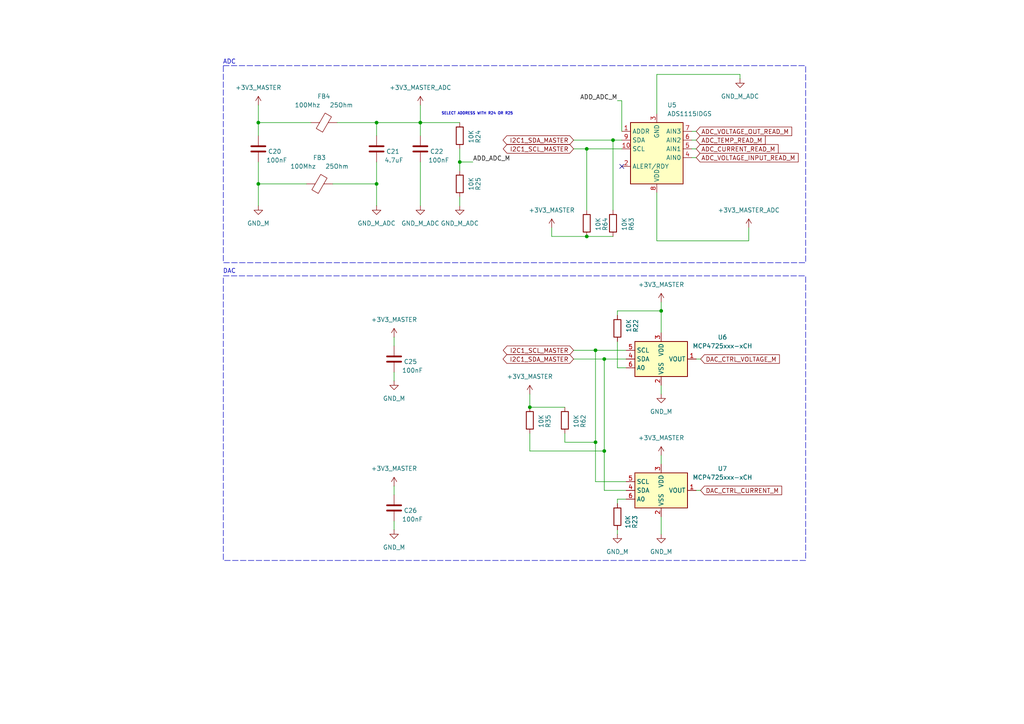
<source format=kicad_sch>
(kicad_sch
	(version 20231120)
	(generator "eeschema")
	(generator_version "8.0")
	(uuid "6605ee67-7d0e-41cc-97e5-b1cea03fe5b0")
	(paper "A4")
	(title_block
		(title "FONTE CC/CV MICROCONTROLADA")
		(rev "02")
		(company "MV TECH")
	)
	(lib_symbols
		(symbol "Analog_ADC:ADS1115IDGS"
			(exclude_from_sim no)
			(in_bom yes)
			(on_board yes)
			(property "Reference" "U"
				(at 2.54 13.97 0)
				(effects
					(font
						(size 1.27 1.27)
					)
				)
			)
			(property "Value" "ADS1115IDGS"
				(at 7.62 11.43 0)
				(effects
					(font
						(size 1.27 1.27)
					)
				)
			)
			(property "Footprint" "Package_SO:TSSOP-10_3x3mm_P0.5mm"
				(at 0 -12.7 0)
				(effects
					(font
						(size 1.27 1.27)
					)
					(hide yes)
				)
			)
			(property "Datasheet" "http://www.ti.com/lit/ds/symlink/ads1113.pdf"
				(at -1.27 -22.86 0)
				(effects
					(font
						(size 1.27 1.27)
					)
					(hide yes)
				)
			)
			(property "Description" "Ultra-Small, Low-Power, I2C-Compatible, 860-SPS, 16-Bit ADCs With Internal Reference, Oscillator, and Programmable Comparator, VSSOP-10"
				(at 0 0 0)
				(effects
					(font
						(size 1.27 1.27)
					)
					(hide yes)
				)
			)
			(property "ki_keywords" "16 bit 4 channel I2C ADC"
				(at 0 0 0)
				(effects
					(font
						(size 1.27 1.27)
					)
					(hide yes)
				)
			)
			(property "ki_fp_filters" "TSSOP*3x3mm*P0.5mm*"
				(at 0 0 0)
				(effects
					(font
						(size 1.27 1.27)
					)
					(hide yes)
				)
			)
			(symbol "ADS1115IDGS_0_1"
				(rectangle
					(start -7.62 10.16)
					(end 7.62 -7.62)
					(stroke
						(width 0.254)
						(type default)
					)
					(fill
						(type background)
					)
				)
			)
			(symbol "ADS1115IDGS_1_1"
				(pin input line
					(at 10.16 -5.08 180)
					(length 2.54)
					(name "ADDR"
						(effects
							(font
								(size 1.27 1.27)
							)
						)
					)
					(number "1"
						(effects
							(font
								(size 1.27 1.27)
							)
						)
					)
				)
				(pin input line
					(at 10.16 0 180)
					(length 2.54)
					(name "SCL"
						(effects
							(font
								(size 1.27 1.27)
							)
						)
					)
					(number "10"
						(effects
							(font
								(size 1.27 1.27)
							)
						)
					)
				)
				(pin output line
					(at 10.16 5.08 180)
					(length 2.54)
					(name "ALERT/RDY"
						(effects
							(font
								(size 1.27 1.27)
							)
						)
					)
					(number "2"
						(effects
							(font
								(size 1.27 1.27)
							)
						)
					)
				)
				(pin power_in line
					(at 0 -10.16 90)
					(length 2.54)
					(name "GND"
						(effects
							(font
								(size 1.27 1.27)
							)
						)
					)
					(number "3"
						(effects
							(font
								(size 1.27 1.27)
							)
						)
					)
				)
				(pin input line
					(at -10.16 2.54 0)
					(length 2.54)
					(name "AIN0"
						(effects
							(font
								(size 1.27 1.27)
							)
						)
					)
					(number "4"
						(effects
							(font
								(size 1.27 1.27)
							)
						)
					)
				)
				(pin input line
					(at -10.16 0 0)
					(length 2.54)
					(name "AIN1"
						(effects
							(font
								(size 1.27 1.27)
							)
						)
					)
					(number "5"
						(effects
							(font
								(size 1.27 1.27)
							)
						)
					)
				)
				(pin input line
					(at -10.16 -2.54 0)
					(length 2.54)
					(name "AIN2"
						(effects
							(font
								(size 1.27 1.27)
							)
						)
					)
					(number "6"
						(effects
							(font
								(size 1.27 1.27)
							)
						)
					)
				)
				(pin input line
					(at -10.16 -5.08 0)
					(length 2.54)
					(name "AIN3"
						(effects
							(font
								(size 1.27 1.27)
							)
						)
					)
					(number "7"
						(effects
							(font
								(size 1.27 1.27)
							)
						)
					)
				)
				(pin power_in line
					(at 0 12.7 270)
					(length 2.54)
					(name "VDD"
						(effects
							(font
								(size 1.27 1.27)
							)
						)
					)
					(number "8"
						(effects
							(font
								(size 1.27 1.27)
							)
						)
					)
				)
				(pin bidirectional line
					(at 10.16 -2.54 180)
					(length 2.54)
					(name "SDA"
						(effects
							(font
								(size 1.27 1.27)
							)
						)
					)
					(number "9"
						(effects
							(font
								(size 1.27 1.27)
							)
						)
					)
				)
			)
		)
		(symbol "Analog_DAC:MCP4725xxx-xCH"
			(exclude_from_sim no)
			(in_bom yes)
			(on_board yes)
			(property "Reference" "U"
				(at -6.35 6.35 0)
				(effects
					(font
						(size 1.27 1.27)
					)
				)
			)
			(property "Value" "MCP4725xxx-xCH"
				(at 8.89 6.35 0)
				(effects
					(font
						(size 1.27 1.27)
					)
				)
			)
			(property "Footprint" "Package_TO_SOT_SMD:SOT-23-6"
				(at 0 -6.35 0)
				(effects
					(font
						(size 1.27 1.27)
					)
					(hide yes)
				)
			)
			(property "Datasheet" "http://ww1.microchip.com/downloads/en/DeviceDoc/22039d.pdf"
				(at 0 0 0)
				(effects
					(font
						(size 1.27 1.27)
					)
					(hide yes)
				)
			)
			(property "Description" "12-bit Digital-to-Analog Converter, integrated EEPROM, I2C interface, SOT-23-6"
				(at 0 0 0)
				(effects
					(font
						(size 1.27 1.27)
					)
					(hide yes)
				)
			)
			(property "ki_keywords" "dac twi"
				(at 0 0 0)
				(effects
					(font
						(size 1.27 1.27)
					)
					(hide yes)
				)
			)
			(property "ki_fp_filters" "SOT?23*"
				(at 0 0 0)
				(effects
					(font
						(size 1.27 1.27)
					)
					(hide yes)
				)
			)
			(symbol "MCP4725xxx-xCH_0_1"
				(rectangle
					(start -7.62 5.08)
					(end 7.62 -5.08)
					(stroke
						(width 0.254)
						(type default)
					)
					(fill
						(type background)
					)
				)
			)
			(symbol "MCP4725xxx-xCH_1_1"
				(pin output line
					(at 10.16 0 180)
					(length 2.54)
					(name "VOUT"
						(effects
							(font
								(size 1.27 1.27)
							)
						)
					)
					(number "1"
						(effects
							(font
								(size 1.27 1.27)
							)
						)
					)
				)
				(pin power_in line
					(at 0 -7.62 90)
					(length 2.54)
					(name "VSS"
						(effects
							(font
								(size 1.27 1.27)
							)
						)
					)
					(number "2"
						(effects
							(font
								(size 1.27 1.27)
							)
						)
					)
				)
				(pin power_in line
					(at 0 7.62 270)
					(length 2.54)
					(name "VDD"
						(effects
							(font
								(size 1.27 1.27)
							)
						)
					)
					(number "3"
						(effects
							(font
								(size 1.27 1.27)
							)
						)
					)
				)
				(pin bidirectional line
					(at -10.16 0 0)
					(length 2.54)
					(name "SDA"
						(effects
							(font
								(size 1.27 1.27)
							)
						)
					)
					(number "4"
						(effects
							(font
								(size 1.27 1.27)
							)
						)
					)
				)
				(pin input line
					(at -10.16 2.54 0)
					(length 2.54)
					(name "SCL"
						(effects
							(font
								(size 1.27 1.27)
							)
						)
					)
					(number "5"
						(effects
							(font
								(size 1.27 1.27)
							)
						)
					)
				)
				(pin input line
					(at -10.16 -2.54 0)
					(length 2.54)
					(name "A0"
						(effects
							(font
								(size 1.27 1.27)
							)
						)
					)
					(number "6"
						(effects
							(font
								(size 1.27 1.27)
							)
						)
					)
				)
			)
		)
		(symbol "Device:C"
			(pin_numbers hide)
			(pin_names
				(offset 0.254)
			)
			(exclude_from_sim no)
			(in_bom yes)
			(on_board yes)
			(property "Reference" "C"
				(at 0.635 2.54 0)
				(effects
					(font
						(size 1.27 1.27)
					)
					(justify left)
				)
			)
			(property "Value" "C"
				(at 0.635 -2.54 0)
				(effects
					(font
						(size 1.27 1.27)
					)
					(justify left)
				)
			)
			(property "Footprint" ""
				(at 0.9652 -3.81 0)
				(effects
					(font
						(size 1.27 1.27)
					)
					(hide yes)
				)
			)
			(property "Datasheet" "~"
				(at 0 0 0)
				(effects
					(font
						(size 1.27 1.27)
					)
					(hide yes)
				)
			)
			(property "Description" "Unpolarized capacitor"
				(at 0 0 0)
				(effects
					(font
						(size 1.27 1.27)
					)
					(hide yes)
				)
			)
			(property "ki_keywords" "cap capacitor"
				(at 0 0 0)
				(effects
					(font
						(size 1.27 1.27)
					)
					(hide yes)
				)
			)
			(property "ki_fp_filters" "C_*"
				(at 0 0 0)
				(effects
					(font
						(size 1.27 1.27)
					)
					(hide yes)
				)
			)
			(symbol "C_0_1"
				(polyline
					(pts
						(xy -2.032 -0.762) (xy 2.032 -0.762)
					)
					(stroke
						(width 0.508)
						(type default)
					)
					(fill
						(type none)
					)
				)
				(polyline
					(pts
						(xy -2.032 0.762) (xy 2.032 0.762)
					)
					(stroke
						(width 0.508)
						(type default)
					)
					(fill
						(type none)
					)
				)
			)
			(symbol "C_1_1"
				(pin passive line
					(at 0 3.81 270)
					(length 2.794)
					(name "~"
						(effects
							(font
								(size 1.27 1.27)
							)
						)
					)
					(number "1"
						(effects
							(font
								(size 1.27 1.27)
							)
						)
					)
				)
				(pin passive line
					(at 0 -3.81 90)
					(length 2.794)
					(name "~"
						(effects
							(font
								(size 1.27 1.27)
							)
						)
					)
					(number "2"
						(effects
							(font
								(size 1.27 1.27)
							)
						)
					)
				)
			)
		)
		(symbol "Device:FerriteBead"
			(pin_numbers hide)
			(pin_names
				(offset 0)
			)
			(exclude_from_sim no)
			(in_bom yes)
			(on_board yes)
			(property "Reference" "FB"
				(at -3.81 0.635 90)
				(effects
					(font
						(size 1.27 1.27)
					)
				)
			)
			(property "Value" "FerriteBead"
				(at 3.81 0 90)
				(effects
					(font
						(size 1.27 1.27)
					)
				)
			)
			(property "Footprint" ""
				(at -1.778 0 90)
				(effects
					(font
						(size 1.27 1.27)
					)
					(hide yes)
				)
			)
			(property "Datasheet" "~"
				(at 0 0 0)
				(effects
					(font
						(size 1.27 1.27)
					)
					(hide yes)
				)
			)
			(property "Description" "Ferrite bead"
				(at 0 0 0)
				(effects
					(font
						(size 1.27 1.27)
					)
					(hide yes)
				)
			)
			(property "ki_keywords" "L ferrite bead inductor filter"
				(at 0 0 0)
				(effects
					(font
						(size 1.27 1.27)
					)
					(hide yes)
				)
			)
			(property "ki_fp_filters" "Inductor_* L_* *Ferrite*"
				(at 0 0 0)
				(effects
					(font
						(size 1.27 1.27)
					)
					(hide yes)
				)
			)
			(symbol "FerriteBead_0_1"
				(polyline
					(pts
						(xy 0 -1.27) (xy 0 -1.2192)
					)
					(stroke
						(width 0)
						(type default)
					)
					(fill
						(type none)
					)
				)
				(polyline
					(pts
						(xy 0 1.27) (xy 0 1.2954)
					)
					(stroke
						(width 0)
						(type default)
					)
					(fill
						(type none)
					)
				)
				(polyline
					(pts
						(xy -2.7686 0.4064) (xy -1.7018 2.2606) (xy 2.7686 -0.3048) (xy 1.6764 -2.159) (xy -2.7686 0.4064)
					)
					(stroke
						(width 0)
						(type default)
					)
					(fill
						(type none)
					)
				)
			)
			(symbol "FerriteBead_1_1"
				(pin passive line
					(at 0 3.81 270)
					(length 2.54)
					(name "~"
						(effects
							(font
								(size 1.27 1.27)
							)
						)
					)
					(number "1"
						(effects
							(font
								(size 1.27 1.27)
							)
						)
					)
				)
				(pin passive line
					(at 0 -3.81 90)
					(length 2.54)
					(name "~"
						(effects
							(font
								(size 1.27 1.27)
							)
						)
					)
					(number "2"
						(effects
							(font
								(size 1.27 1.27)
							)
						)
					)
				)
			)
		)
		(symbol "Device:R"
			(pin_numbers hide)
			(pin_names
				(offset 0)
			)
			(exclude_from_sim no)
			(in_bom yes)
			(on_board yes)
			(property "Reference" "R"
				(at 2.032 0 90)
				(effects
					(font
						(size 1.27 1.27)
					)
				)
			)
			(property "Value" "R"
				(at 0 0 90)
				(effects
					(font
						(size 1.27 1.27)
					)
				)
			)
			(property "Footprint" ""
				(at -1.778 0 90)
				(effects
					(font
						(size 1.27 1.27)
					)
					(hide yes)
				)
			)
			(property "Datasheet" "~"
				(at 0 0 0)
				(effects
					(font
						(size 1.27 1.27)
					)
					(hide yes)
				)
			)
			(property "Description" "Resistor"
				(at 0 0 0)
				(effects
					(font
						(size 1.27 1.27)
					)
					(hide yes)
				)
			)
			(property "ki_keywords" "R res resistor"
				(at 0 0 0)
				(effects
					(font
						(size 1.27 1.27)
					)
					(hide yes)
				)
			)
			(property "ki_fp_filters" "R_*"
				(at 0 0 0)
				(effects
					(font
						(size 1.27 1.27)
					)
					(hide yes)
				)
			)
			(symbol "R_0_1"
				(rectangle
					(start -1.016 -2.54)
					(end 1.016 2.54)
					(stroke
						(width 0.254)
						(type default)
					)
					(fill
						(type none)
					)
				)
			)
			(symbol "R_1_1"
				(pin passive line
					(at 0 3.81 270)
					(length 1.27)
					(name "~"
						(effects
							(font
								(size 1.27 1.27)
							)
						)
					)
					(number "1"
						(effects
							(font
								(size 1.27 1.27)
							)
						)
					)
				)
				(pin passive line
					(at 0 -3.81 90)
					(length 1.27)
					(name "~"
						(effects
							(font
								(size 1.27 1.27)
							)
						)
					)
					(number "2"
						(effects
							(font
								(size 1.27 1.27)
							)
						)
					)
				)
			)
		)
		(symbol "power:GND"
			(power)
			(pin_numbers hide)
			(pin_names
				(offset 0) hide)
			(exclude_from_sim no)
			(in_bom yes)
			(on_board yes)
			(property "Reference" "#PWR"
				(at 0 -6.35 0)
				(effects
					(font
						(size 1.27 1.27)
					)
					(hide yes)
				)
			)
			(property "Value" "GND"
				(at 0 -3.81 0)
				(effects
					(font
						(size 1.27 1.27)
					)
				)
			)
			(property "Footprint" ""
				(at 0 0 0)
				(effects
					(font
						(size 1.27 1.27)
					)
					(hide yes)
				)
			)
			(property "Datasheet" ""
				(at 0 0 0)
				(effects
					(font
						(size 1.27 1.27)
					)
					(hide yes)
				)
			)
			(property "Description" "Power symbol creates a global label with name \"GND\" , ground"
				(at 0 0 0)
				(effects
					(font
						(size 1.27 1.27)
					)
					(hide yes)
				)
			)
			(property "ki_keywords" "global power"
				(at 0 0 0)
				(effects
					(font
						(size 1.27 1.27)
					)
					(hide yes)
				)
			)
			(symbol "GND_0_1"
				(polyline
					(pts
						(xy 0 0) (xy 0 -1.27) (xy 1.27 -1.27) (xy 0 -2.54) (xy -1.27 -1.27) (xy 0 -1.27)
					)
					(stroke
						(width 0)
						(type default)
					)
					(fill
						(type none)
					)
				)
			)
			(symbol "GND_1_1"
				(pin power_in line
					(at 0 0 270)
					(length 0)
					(name "~"
						(effects
							(font
								(size 1.27 1.27)
							)
						)
					)
					(number "1"
						(effects
							(font
								(size 1.27 1.27)
							)
						)
					)
				)
			)
		)
		(symbol "power:VCC"
			(power)
			(pin_numbers hide)
			(pin_names
				(offset 0) hide)
			(exclude_from_sim no)
			(in_bom yes)
			(on_board yes)
			(property "Reference" "#PWR"
				(at 0 -3.81 0)
				(effects
					(font
						(size 1.27 1.27)
					)
					(hide yes)
				)
			)
			(property "Value" "VCC"
				(at 0 3.556 0)
				(effects
					(font
						(size 1.27 1.27)
					)
				)
			)
			(property "Footprint" ""
				(at 0 0 0)
				(effects
					(font
						(size 1.27 1.27)
					)
					(hide yes)
				)
			)
			(property "Datasheet" ""
				(at 0 0 0)
				(effects
					(font
						(size 1.27 1.27)
					)
					(hide yes)
				)
			)
			(property "Description" "Power symbol creates a global label with name \"VCC\""
				(at 0 0 0)
				(effects
					(font
						(size 1.27 1.27)
					)
					(hide yes)
				)
			)
			(property "ki_keywords" "global power"
				(at 0 0 0)
				(effects
					(font
						(size 1.27 1.27)
					)
					(hide yes)
				)
			)
			(symbol "VCC_0_1"
				(polyline
					(pts
						(xy -0.762 1.27) (xy 0 2.54)
					)
					(stroke
						(width 0)
						(type default)
					)
					(fill
						(type none)
					)
				)
				(polyline
					(pts
						(xy 0 0) (xy 0 2.54)
					)
					(stroke
						(width 0)
						(type default)
					)
					(fill
						(type none)
					)
				)
				(polyline
					(pts
						(xy 0 2.54) (xy 0.762 1.27)
					)
					(stroke
						(width 0)
						(type default)
					)
					(fill
						(type none)
					)
				)
			)
			(symbol "VCC_1_1"
				(pin power_in line
					(at 0 0 90)
					(length 0)
					(name "~"
						(effects
							(font
								(size 1.27 1.27)
							)
						)
					)
					(number "1"
						(effects
							(font
								(size 1.27 1.27)
							)
						)
					)
				)
			)
		)
	)
	(junction
		(at 170.18 68.58)
		(diameter 0)
		(color 0 0 0 0)
		(uuid "45f48f62-0570-4cac-93b1-d2faa2f5ae5b")
	)
	(junction
		(at 177.8 40.64)
		(diameter 0)
		(color 0 0 0 0)
		(uuid "466cab2a-4c7a-4d30-a23a-c28dd72117a2")
	)
	(junction
		(at 109.22 35.56)
		(diameter 0)
		(color 0 0 0 0)
		(uuid "65ceac73-06db-438f-a46f-62edeac58cee")
	)
	(junction
		(at 153.67 118.11)
		(diameter 0)
		(color 0 0 0 0)
		(uuid "670a275b-02de-49f2-ac5d-9ddd8edb6755")
	)
	(junction
		(at 175.26 104.14)
		(diameter 0)
		(color 0 0 0 0)
		(uuid "6f92dfca-f6df-49d9-a589-5ab88d84c7fc")
	)
	(junction
		(at 170.18 43.18)
		(diameter 0)
		(color 0 0 0 0)
		(uuid "7e2242c4-9689-4743-a0dc-ddfc0d37a7ce")
	)
	(junction
		(at 191.77 90.17)
		(diameter 0)
		(color 0 0 0 0)
		(uuid "89628ec6-8bc0-486b-880a-615a69ca7540")
	)
	(junction
		(at 172.72 128.27)
		(diameter 0)
		(color 0 0 0 0)
		(uuid "98042c1c-650c-4a3f-9ef5-e1e2639ca280")
	)
	(junction
		(at 74.93 35.56)
		(diameter 0)
		(color 0 0 0 0)
		(uuid "9e36f0f0-6cb8-4c1c-99e7-dfeb16051156")
	)
	(junction
		(at 74.93 53.34)
		(diameter 0)
		(color 0 0 0 0)
		(uuid "a76c0f2d-601a-450b-b79f-6d08985164e5")
	)
	(junction
		(at 121.92 35.56)
		(diameter 0)
		(color 0 0 0 0)
		(uuid "ac965115-c56d-4fda-aaef-2035e56cda87")
	)
	(junction
		(at 133.35 46.99)
		(diameter 0)
		(color 0 0 0 0)
		(uuid "ad901cf5-8091-4db0-afd1-d338167bb412")
	)
	(junction
		(at 172.72 101.6)
		(diameter 0)
		(color 0 0 0 0)
		(uuid "f2c99034-991e-4f4f-8300-fef72d9543eb")
	)
	(junction
		(at 175.26 130.81)
		(diameter 0)
		(color 0 0 0 0)
		(uuid "f3bc1822-86da-4657-a246-fc36d889b8e2")
	)
	(junction
		(at 109.22 53.34)
		(diameter 0)
		(color 0 0 0 0)
		(uuid "fac30461-0f42-4925-bae2-927587b22d06")
	)
	(no_connect
		(at 180.34 48.26)
		(uuid "f131adeb-b8f3-49ed-973a-c8d5242317cc")
	)
	(wire
		(pts
			(xy 153.67 114.3) (xy 153.67 118.11)
		)
		(stroke
			(width 0)
			(type default)
		)
		(uuid "0708bc9e-b241-499f-81fa-06c088c17d3a")
	)
	(wire
		(pts
			(xy 201.93 142.24) (xy 203.2 142.24)
		)
		(stroke
			(width 0)
			(type default)
		)
		(uuid "07c38267-faed-4667-83af-51311da48fa1")
	)
	(wire
		(pts
			(xy 200.66 45.72) (xy 201.93 45.72)
		)
		(stroke
			(width 0)
			(type default)
		)
		(uuid "08a79ba5-852d-4572-abab-4e3dad66dfb2")
	)
	(wire
		(pts
			(xy 191.77 149.86) (xy 191.77 154.94)
		)
		(stroke
			(width 0)
			(type default)
		)
		(uuid "0b2aced0-739c-4272-a1dc-1161d2abdc9c")
	)
	(wire
		(pts
			(xy 114.3 140.97) (xy 114.3 143.51)
		)
		(stroke
			(width 0)
			(type default)
		)
		(uuid "12848a82-adea-438a-9153-01c4c32363d4")
	)
	(wire
		(pts
			(xy 109.22 35.56) (xy 121.92 35.56)
		)
		(stroke
			(width 0)
			(type default)
		)
		(uuid "14a8d02f-2f6e-4252-88ff-52fffa9f54a4")
	)
	(wire
		(pts
			(xy 191.77 90.17) (xy 191.77 96.52)
		)
		(stroke
			(width 0)
			(type default)
		)
		(uuid "166e4740-d396-45a1-bb08-4ed857defe69")
	)
	(wire
		(pts
			(xy 175.26 142.24) (xy 181.61 142.24)
		)
		(stroke
			(width 0)
			(type default)
		)
		(uuid "1ad8068c-8225-49d8-8611-bbf0b02c04a1")
	)
	(wire
		(pts
			(xy 179.07 29.21) (xy 180.34 29.21)
		)
		(stroke
			(width 0)
			(type default)
		)
		(uuid "219bf029-a4d8-4170-a838-9336bc4ea31b")
	)
	(wire
		(pts
			(xy 181.61 139.7) (xy 172.72 139.7)
		)
		(stroke
			(width 0)
			(type default)
		)
		(uuid "23608015-e481-497b-a0c0-461bb106bb2c")
	)
	(wire
		(pts
			(xy 133.35 46.99) (xy 137.16 46.99)
		)
		(stroke
			(width 0)
			(type default)
		)
		(uuid "2cdcd862-29be-4d82-b146-4342bcbfe3b8")
	)
	(wire
		(pts
			(xy 166.37 104.14) (xy 175.26 104.14)
		)
		(stroke
			(width 0)
			(type default)
		)
		(uuid "2ce87996-67c5-42b7-9116-ec983d7a2278")
	)
	(wire
		(pts
			(xy 179.07 144.78) (xy 181.61 144.78)
		)
		(stroke
			(width 0)
			(type default)
		)
		(uuid "2e11627b-ad91-4ba9-b0f3-58fc56515aa6")
	)
	(wire
		(pts
			(xy 181.61 104.14) (xy 175.26 104.14)
		)
		(stroke
			(width 0)
			(type default)
		)
		(uuid "2fa80a25-1676-4940-9665-24620fc0d262")
	)
	(wire
		(pts
			(xy 175.26 104.14) (xy 175.26 130.81)
		)
		(stroke
			(width 0)
			(type default)
		)
		(uuid "32443a0b-7972-4e70-989f-2f0dbdb27c59")
	)
	(wire
		(pts
			(xy 191.77 132.08) (xy 191.77 134.62)
		)
		(stroke
			(width 0)
			(type default)
		)
		(uuid "3a54cc1a-0448-43b8-95d0-32d4c1669be2")
	)
	(wire
		(pts
			(xy 177.8 40.64) (xy 177.8 60.96)
		)
		(stroke
			(width 0)
			(type default)
		)
		(uuid "3e9ecd43-7d24-4fec-922a-6edcc42fdd01")
	)
	(wire
		(pts
			(xy 163.83 125.73) (xy 163.83 128.27)
		)
		(stroke
			(width 0)
			(type default)
		)
		(uuid "4369d4fb-5d09-4e59-8da7-b1ddf6e11afc")
	)
	(wire
		(pts
			(xy 190.5 69.85) (xy 217.17 69.85)
		)
		(stroke
			(width 0)
			(type default)
		)
		(uuid "439e0ee5-e5c1-4ef9-8312-8d32e805572c")
	)
	(wire
		(pts
			(xy 114.3 97.79) (xy 114.3 100.33)
		)
		(stroke
			(width 0)
			(type default)
		)
		(uuid "486391d2-54ce-4749-9cee-dd886e381002")
	)
	(wire
		(pts
			(xy 160.02 68.58) (xy 170.18 68.58)
		)
		(stroke
			(width 0)
			(type default)
		)
		(uuid "4a888b0f-155d-4aac-8eeb-ca2ee7c29c2f")
	)
	(wire
		(pts
			(xy 153.67 125.73) (xy 153.67 130.81)
		)
		(stroke
			(width 0)
			(type default)
		)
		(uuid "510157f9-acbc-46db-be0d-70f28e511a77")
	)
	(wire
		(pts
			(xy 121.92 35.56) (xy 133.35 35.56)
		)
		(stroke
			(width 0)
			(type default)
		)
		(uuid "5a9e9dd0-843d-48d1-99bf-bf4677188116")
	)
	(wire
		(pts
			(xy 153.67 130.81) (xy 175.26 130.81)
		)
		(stroke
			(width 0)
			(type default)
		)
		(uuid "5c8edb3b-5551-4331-bbe8-f723d65022f2")
	)
	(wire
		(pts
			(xy 170.18 68.58) (xy 177.8 68.58)
		)
		(stroke
			(width 0)
			(type default)
		)
		(uuid "6630d4e4-fba3-4d43-a1e5-93ffa5c5e85e")
	)
	(wire
		(pts
			(xy 109.22 46.99) (xy 109.22 53.34)
		)
		(stroke
			(width 0)
			(type default)
		)
		(uuid "6770a12b-b674-4a47-8ccb-c168cd32e8b8")
	)
	(wire
		(pts
			(xy 163.83 128.27) (xy 172.72 128.27)
		)
		(stroke
			(width 0)
			(type default)
		)
		(uuid "698af3d4-c0c9-4a8a-9adf-cafedf558487")
	)
	(wire
		(pts
			(xy 179.07 146.05) (xy 179.07 144.78)
		)
		(stroke
			(width 0)
			(type default)
		)
		(uuid "731d8abd-8bd1-443e-b1e5-6a9363a9380b")
	)
	(wire
		(pts
			(xy 109.22 35.56) (xy 109.22 39.37)
		)
		(stroke
			(width 0)
			(type default)
		)
		(uuid "75ed3d8c-8665-40b0-81b7-81f6bc7c01ba")
	)
	(wire
		(pts
			(xy 96.52 53.34) (xy 109.22 53.34)
		)
		(stroke
			(width 0)
			(type default)
		)
		(uuid "7e40d93f-5ace-4f76-90c3-f8d921c918d7")
	)
	(wire
		(pts
			(xy 160.02 66.04) (xy 160.02 68.58)
		)
		(stroke
			(width 0)
			(type default)
		)
		(uuid "7e84c266-73cb-4577-b51b-ee5bf6d1fa16")
	)
	(wire
		(pts
			(xy 180.34 29.21) (xy 180.34 38.1)
		)
		(stroke
			(width 0)
			(type default)
		)
		(uuid "7f9a1f0c-c196-4f4e-a50b-8467ef932e7e")
	)
	(wire
		(pts
			(xy 153.67 118.11) (xy 163.83 118.11)
		)
		(stroke
			(width 0)
			(type default)
		)
		(uuid "830be0e2-bd52-4641-9353-3c12925aa86d")
	)
	(wire
		(pts
			(xy 172.72 139.7) (xy 172.72 128.27)
		)
		(stroke
			(width 0)
			(type default)
		)
		(uuid "86863622-8b9c-43fd-b233-08c78c1626fd")
	)
	(wire
		(pts
			(xy 114.3 107.95) (xy 114.3 110.49)
		)
		(stroke
			(width 0)
			(type default)
		)
		(uuid "87cdd431-b7ae-4bac-b426-4ce6f4c428e3")
	)
	(wire
		(pts
			(xy 74.93 53.34) (xy 74.93 59.69)
		)
		(stroke
			(width 0)
			(type default)
		)
		(uuid "929cb3da-5828-433f-8eb2-17a7874250d2")
	)
	(wire
		(pts
			(xy 121.92 46.99) (xy 121.92 59.69)
		)
		(stroke
			(width 0)
			(type default)
		)
		(uuid "95944e3b-db55-47db-86ee-e33df6ffa999")
	)
	(wire
		(pts
			(xy 191.77 87.63) (xy 191.77 90.17)
		)
		(stroke
			(width 0)
			(type default)
		)
		(uuid "9638453b-a060-4152-bd26-f454cf8879a0")
	)
	(wire
		(pts
			(xy 190.5 21.59) (xy 190.5 33.02)
		)
		(stroke
			(width 0)
			(type default)
		)
		(uuid "9c14de88-0be1-43fb-a24b-8930d9cb01cd")
	)
	(wire
		(pts
			(xy 170.18 43.18) (xy 180.34 43.18)
		)
		(stroke
			(width 0)
			(type default)
		)
		(uuid "9d30d71f-4631-4197-a98a-f9c91489ca72")
	)
	(wire
		(pts
			(xy 172.72 101.6) (xy 181.61 101.6)
		)
		(stroke
			(width 0)
			(type default)
		)
		(uuid "9db390dc-9aae-4853-b801-6bcb20be2fdf")
	)
	(wire
		(pts
			(xy 133.35 43.18) (xy 133.35 46.99)
		)
		(stroke
			(width 0)
			(type default)
		)
		(uuid "9e3454c2-8ba1-4174-b75c-b054d2f1bb4f")
	)
	(wire
		(pts
			(xy 179.07 90.17) (xy 191.77 90.17)
		)
		(stroke
			(width 0)
			(type default)
		)
		(uuid "9f5e98bc-5d70-40c0-8d81-669991f8fbb7")
	)
	(wire
		(pts
			(xy 175.26 130.81) (xy 175.26 142.24)
		)
		(stroke
			(width 0)
			(type default)
		)
		(uuid "a2a72141-cf00-40c7-a3d8-436ca831e36b")
	)
	(wire
		(pts
			(xy 166.37 101.6) (xy 172.72 101.6)
		)
		(stroke
			(width 0)
			(type default)
		)
		(uuid "a6fbfbb7-8c53-425f-868e-599dacf89031")
	)
	(wire
		(pts
			(xy 74.93 35.56) (xy 74.93 39.37)
		)
		(stroke
			(width 0)
			(type default)
		)
		(uuid "addfd7d3-5eb1-4a22-b742-db299bbb0600")
	)
	(wire
		(pts
			(xy 90.17 35.56) (xy 74.93 35.56)
		)
		(stroke
			(width 0)
			(type default)
		)
		(uuid "ae01c4af-0006-436d-99db-b212fc901e19")
	)
	(wire
		(pts
			(xy 200.66 40.64) (xy 201.93 40.64)
		)
		(stroke
			(width 0)
			(type default)
		)
		(uuid "af8d7d42-9151-4348-98e2-ba4db401d96f")
	)
	(wire
		(pts
			(xy 172.72 128.27) (xy 172.72 101.6)
		)
		(stroke
			(width 0)
			(type default)
		)
		(uuid "afe360b9-cfa2-4b95-bc05-48e235c61391")
	)
	(wire
		(pts
			(xy 200.66 43.18) (xy 201.93 43.18)
		)
		(stroke
			(width 0)
			(type default)
		)
		(uuid "bbd7a0d7-e912-4620-82ef-e4bbb16a6770")
	)
	(wire
		(pts
			(xy 181.61 106.68) (xy 179.07 106.68)
		)
		(stroke
			(width 0)
			(type default)
		)
		(uuid "bbf3fc89-dc5c-4af5-a95d-20d4415c1cff")
	)
	(wire
		(pts
			(xy 166.37 43.18) (xy 170.18 43.18)
		)
		(stroke
			(width 0)
			(type default)
		)
		(uuid "bcb8f68c-74a4-47ae-a609-ece3fc0826a9")
	)
	(wire
		(pts
			(xy 74.93 53.34) (xy 88.9 53.34)
		)
		(stroke
			(width 0)
			(type default)
		)
		(uuid "c7f9f989-ae43-4cfc-80f9-32775c294ee4")
	)
	(wire
		(pts
			(xy 166.37 40.64) (xy 177.8 40.64)
		)
		(stroke
			(width 0)
			(type default)
		)
		(uuid "ca3db5b4-2180-4055-8779-92686a4da29d")
	)
	(wire
		(pts
			(xy 179.07 153.67) (xy 179.07 154.94)
		)
		(stroke
			(width 0)
			(type default)
		)
		(uuid "caf19b61-4993-4ce2-b769-48cf93ec9bfc")
	)
	(wire
		(pts
			(xy 190.5 21.59) (xy 214.63 21.59)
		)
		(stroke
			(width 0)
			(type default)
		)
		(uuid "cf000109-ad1d-48e7-a06b-7c140ea611f6")
	)
	(wire
		(pts
			(xy 114.3 151.13) (xy 114.3 153.67)
		)
		(stroke
			(width 0)
			(type default)
		)
		(uuid "d07e6d98-0c57-4432-b222-70b736c45822")
	)
	(wire
		(pts
			(xy 133.35 57.15) (xy 133.35 59.69)
		)
		(stroke
			(width 0)
			(type default)
		)
		(uuid "d0c81480-34b1-4ed7-b040-65d2daa3f3c8")
	)
	(wire
		(pts
			(xy 179.07 91.44) (xy 179.07 90.17)
		)
		(stroke
			(width 0)
			(type default)
		)
		(uuid "d2d512a5-47f4-412e-8989-fe1da513d134")
	)
	(wire
		(pts
			(xy 191.77 111.76) (xy 191.77 114.3)
		)
		(stroke
			(width 0)
			(type default)
		)
		(uuid "d379318f-2690-4a9b-bc1d-7a2a4718d69f")
	)
	(wire
		(pts
			(xy 97.79 35.56) (xy 109.22 35.56)
		)
		(stroke
			(width 0)
			(type default)
		)
		(uuid "e0108a85-b8fc-4f0f-92fc-6c50c4577cbc")
	)
	(wire
		(pts
			(xy 74.93 46.99) (xy 74.93 53.34)
		)
		(stroke
			(width 0)
			(type default)
		)
		(uuid "e25894ec-fcae-4273-9cf5-e8c32500169b")
	)
	(wire
		(pts
			(xy 133.35 46.99) (xy 133.35 49.53)
		)
		(stroke
			(width 0)
			(type default)
		)
		(uuid "e2a8ec96-794d-4bb7-af14-22ca57a1568f")
	)
	(wire
		(pts
			(xy 121.92 30.48) (xy 121.92 35.56)
		)
		(stroke
			(width 0)
			(type default)
		)
		(uuid "e6b38f13-c610-4842-b525-416b9441cd10")
	)
	(wire
		(pts
			(xy 74.93 30.48) (xy 74.93 35.56)
		)
		(stroke
			(width 0)
			(type default)
		)
		(uuid "e8e17021-1bd2-4d42-bb83-d25a4e9a4860")
	)
	(wire
		(pts
			(xy 201.93 104.14) (xy 203.2 104.14)
		)
		(stroke
			(width 0)
			(type default)
		)
		(uuid "e8f8491c-3e80-45c1-b699-e860dffece1e")
	)
	(wire
		(pts
			(xy 214.63 21.59) (xy 214.63 22.86)
		)
		(stroke
			(width 0)
			(type default)
		)
		(uuid "e951ccaa-2a59-4187-9325-ad8c5f347589")
	)
	(wire
		(pts
			(xy 109.22 53.34) (xy 109.22 59.69)
		)
		(stroke
			(width 0)
			(type default)
		)
		(uuid "eadbb545-1a87-4f1f-b822-435e71ef3852")
	)
	(wire
		(pts
			(xy 200.66 38.1) (xy 201.93 38.1)
		)
		(stroke
			(width 0)
			(type default)
		)
		(uuid "ec30d3df-e04f-40be-9f0e-31e882050435")
	)
	(wire
		(pts
			(xy 170.18 43.18) (xy 170.18 60.96)
		)
		(stroke
			(width 0)
			(type default)
		)
		(uuid "ee1eb2f0-5b9d-47d3-a043-c6d9aeb610c9")
	)
	(wire
		(pts
			(xy 179.07 99.06) (xy 179.07 106.68)
		)
		(stroke
			(width 0)
			(type default)
		)
		(uuid "eefc7004-6cb2-47f6-b954-4e0982c06f5d")
	)
	(wire
		(pts
			(xy 121.92 39.37) (xy 121.92 35.56)
		)
		(stroke
			(width 0)
			(type default)
		)
		(uuid "f28e768a-820b-4ec3-bfb1-0aa337c98c02")
	)
	(wire
		(pts
			(xy 217.17 69.85) (xy 217.17 66.04)
		)
		(stroke
			(width 0)
			(type default)
		)
		(uuid "f500fbd3-ca97-4ce8-a64c-7dfa5dbe09ae")
	)
	(wire
		(pts
			(xy 190.5 55.88) (xy 190.5 69.85)
		)
		(stroke
			(width 0)
			(type default)
		)
		(uuid "f56e5fd7-f6aa-4f67-b009-e2ddba797201")
	)
	(wire
		(pts
			(xy 177.8 40.64) (xy 180.34 40.64)
		)
		(stroke
			(width 0)
			(type default)
		)
		(uuid "fa23e0c5-b540-49c3-ab64-f0cf42735e2d")
	)
	(rectangle
		(start 64.77 19.05)
		(end 233.68 76.2)
		(stroke
			(width 0)
			(type dash)
		)
		(fill
			(type none)
		)
		(uuid 067a3cfb-abed-470c-8113-9353f4ab3b88)
	)
	(rectangle
		(start 64.77 80.01)
		(end 233.68 162.56)
		(stroke
			(width 0)
			(type dash)
		)
		(fill
			(type none)
		)
		(uuid e2b46d90-132c-4161-86c6-e227d69e0e88)
	)
	(text "SELECT ADDRESS WITH R24 OR R25"
		(exclude_from_sim no)
		(at 138.43 33.02 0)
		(effects
			(font
				(size 0.762 0.762)
			)
		)
		(uuid "8da21175-93f5-49e9-b583-c20f6b6d7ae3")
	)
	(text "ADC\n\n"
		(exclude_from_sim no)
		(at 66.548 19.05 0)
		(effects
			(font
				(size 1.27 1.27)
			)
		)
		(uuid "ab0f1351-db82-469f-9ee1-15e7288cf1b7")
	)
	(text "DAC\n"
		(exclude_from_sim no)
		(at 66.548 78.74 0)
		(effects
			(font
				(size 1.27 1.27)
			)
		)
		(uuid "f30ce55a-e937-47e5-9b12-f2713af32ccb")
	)
	(label "ADD_ADC_M"
		(at 137.16 46.99 0)
		(fields_autoplaced yes)
		(effects
			(font
				(size 1.27 1.27)
			)
			(justify left bottom)
		)
		(uuid "7fddc5fe-d162-4f78-b7ad-fb3a12459e8e")
	)
	(label "ADD_ADC_M"
		(at 179.07 29.21 180)
		(fields_autoplaced yes)
		(effects
			(font
				(size 1.27 1.27)
			)
			(justify right bottom)
		)
		(uuid "fdaf03f3-69ac-4025-a72c-105e134341ed")
	)
	(global_label "ADC_CURRENT_READ_M"
		(shape input)
		(at 201.93 43.18 0)
		(fields_autoplaced yes)
		(effects
			(font
				(size 1.27 1.27)
			)
			(justify left)
		)
		(uuid "03d493d5-6389-4ec5-808a-057e3581db09")
		(property "Intersheetrefs" "${INTERSHEET_REFS}"
			(at 226.2632 43.18 0)
			(effects
				(font
					(size 1.27 1.27)
				)
				(justify left)
				(hide yes)
			)
		)
	)
	(global_label "I2C1_SCL_MASTER"
		(shape bidirectional)
		(at 166.37 43.18 180)
		(fields_autoplaced yes)
		(effects
			(font
				(size 1.27 1.27)
			)
			(justify right)
		)
		(uuid "07087e5a-9f13-4ce7-91ef-1dc976246fbd")
		(property "Intersheetrefs" "${INTERSHEET_REFS}"
			(at 145.4008 43.18 0)
			(effects
				(font
					(size 1.27 1.27)
				)
				(justify right)
				(hide yes)
			)
		)
	)
	(global_label "DAC_CTRL_CURRENT_M"
		(shape input)
		(at 203.2 142.24 0)
		(fields_autoplaced yes)
		(effects
			(font
				(size 1.27 1.27)
			)
			(justify left)
		)
		(uuid "8de56661-9694-4fec-9eeb-44b15b31e8ce")
		(property "Intersheetrefs" "${INTERSHEET_REFS}"
			(at 227.2913 142.24 0)
			(effects
				(font
					(size 1.27 1.27)
				)
				(justify left)
				(hide yes)
			)
		)
	)
	(global_label "I2C1_SDA_MASTER"
		(shape bidirectional)
		(at 166.37 40.64 180)
		(fields_autoplaced yes)
		(effects
			(font
				(size 1.27 1.27)
			)
			(justify right)
		)
		(uuid "a26ff17c-1899-4150-b466-ccafe4fa8dd0")
		(property "Intersheetrefs" "${INTERSHEET_REFS}"
			(at 145.3403 40.64 0)
			(effects
				(font
					(size 1.27 1.27)
				)
				(justify right)
				(hide yes)
			)
		)
	)
	(global_label "ADC_VOLTAGE_OUT_READ_M"
		(shape input)
		(at 201.93 38.1 0)
		(fields_autoplaced yes)
		(effects
			(font
				(size 1.27 1.27)
			)
			(justify left)
		)
		(uuid "bfb1a3a3-5801-4bf5-bf98-92ed6fff427d")
		(property "Intersheetrefs" "${INTERSHEET_REFS}"
			(at 230.1942 38.1 0)
			(effects
				(font
					(size 1.27 1.27)
				)
				(justify left)
				(hide yes)
			)
		)
	)
	(global_label "ADC_VOLTAGE_INPUT_READ_M"
		(shape input)
		(at 201.93 45.72 0)
		(fields_autoplaced yes)
		(effects
			(font
				(size 1.27 1.27)
			)
			(justify left)
		)
		(uuid "cbc114e6-4049-4d4c-aa0b-fa1301bf6f4d")
		(property "Intersheetrefs" "${INTERSHEET_REFS}"
			(at 232.069 45.72 0)
			(effects
				(font
					(size 1.27 1.27)
				)
				(justify left)
				(hide yes)
			)
		)
	)
	(global_label "ADC_TEMP_READ_M"
		(shape input)
		(at 201.93 40.64 0)
		(fields_autoplaced yes)
		(effects
			(font
				(size 1.27 1.27)
			)
			(justify left)
		)
		(uuid "e11be940-98e8-457c-9a19-38aa6ca5beb0")
		(property "Intersheetrefs" "${INTERSHEET_REFS}"
			(at 222.5136 40.64 0)
			(effects
				(font
					(size 1.27 1.27)
				)
				(justify left)
				(hide yes)
			)
		)
	)
	(global_label "DAC_CTRL_VOLTAGE_M"
		(shape input)
		(at 203.2 104.14 0)
		(fields_autoplaced yes)
		(effects
			(font
				(size 1.27 1.27)
			)
			(justify left)
		)
		(uuid "fccde835-f1b0-412b-92d3-38aad8d6e0d6")
		(property "Intersheetrefs" "${INTERSHEET_REFS}"
			(at 226.6261 104.14 0)
			(effects
				(font
					(size 1.27 1.27)
				)
				(justify left)
				(hide yes)
			)
		)
	)
	(global_label "I2C1_SCL_MASTER"
		(shape bidirectional)
		(at 166.37 101.6 180)
		(fields_autoplaced yes)
		(effects
			(font
				(size 1.27 1.27)
			)
			(justify right)
		)
		(uuid "fd6f1c44-7a2c-4fa9-837a-064ecc13f9f4")
		(property "Intersheetrefs" "${INTERSHEET_REFS}"
			(at 145.4008 101.6 0)
			(effects
				(font
					(size 1.27 1.27)
				)
				(justify right)
				(hide yes)
			)
		)
	)
	(global_label "I2C1_SDA_MASTER"
		(shape bidirectional)
		(at 166.37 104.14 180)
		(fields_autoplaced yes)
		(effects
			(font
				(size 1.27 1.27)
			)
			(justify right)
		)
		(uuid "fec1b2b8-9163-4d44-8dee-2b2b2d70d127")
		(property "Intersheetrefs" "${INTERSHEET_REFS}"
			(at 145.3403 104.14 0)
			(effects
				(font
					(size 1.27 1.27)
				)
				(justify right)
				(hide yes)
			)
		)
	)
	(symbol
		(lib_id "power:VCC")
		(at 114.3 97.79 0)
		(unit 1)
		(exclude_from_sim no)
		(in_bom yes)
		(on_board yes)
		(dnp no)
		(fields_autoplaced yes)
		(uuid "046c53b9-78e8-4f48-9eb6-d06f5d7f2065")
		(property "Reference" "#PWR0117"
			(at 114.3 101.6 0)
			(effects
				(font
					(size 1.27 1.27)
				)
				(hide yes)
			)
		)
		(property "Value" "+3V3_MASTER"
			(at 114.3 92.71 0)
			(effects
				(font
					(size 1.27 1.27)
				)
			)
		)
		(property "Footprint" ""
			(at 114.3 97.79 0)
			(effects
				(font
					(size 1.27 1.27)
				)
				(hide yes)
			)
		)
		(property "Datasheet" ""
			(at 114.3 97.79 0)
			(effects
				(font
					(size 1.27 1.27)
				)
				(hide yes)
			)
		)
		(property "Description" "Power symbol creates a global label with name \"VCC\""
			(at 114.3 97.79 0)
			(effects
				(font
					(size 1.27 1.27)
				)
				(hide yes)
			)
		)
		(pin "1"
			(uuid "150a0bb8-a531-43b2-a468-a52b994816bf")
		)
		(instances
			(project "FONTE_V2"
				(path "/b66137f9-f871-4921-ab89-353bfdf398cf/59f4d109-b921-4dc7-9657-39c9e203a7ca"
					(reference "#PWR0117")
					(unit 1)
				)
			)
		)
	)
	(symbol
		(lib_id "power:GND")
		(at 133.35 59.69 0)
		(unit 1)
		(exclude_from_sim no)
		(in_bom yes)
		(on_board yes)
		(dnp no)
		(fields_autoplaced yes)
		(uuid "0652679c-5998-42a1-a794-5919c8d82cf6")
		(property "Reference" "#PWR069"
			(at 133.35 66.04 0)
			(effects
				(font
					(size 1.27 1.27)
				)
				(hide yes)
			)
		)
		(property "Value" "GND_M_ADC"
			(at 133.35 64.77 0)
			(effects
				(font
					(size 1.27 1.27)
				)
			)
		)
		(property "Footprint" ""
			(at 133.35 59.69 0)
			(effects
				(font
					(size 1.27 1.27)
				)
				(hide yes)
			)
		)
		(property "Datasheet" ""
			(at 133.35 59.69 0)
			(effects
				(font
					(size 1.27 1.27)
				)
				(hide yes)
			)
		)
		(property "Description" "Power symbol creates a global label with name \"GND\" , ground"
			(at 133.35 59.69 0)
			(effects
				(font
					(size 1.27 1.27)
				)
				(hide yes)
			)
		)
		(pin "1"
			(uuid "d6ce33a4-fdc6-4231-8b9a-0088f03a6fa9")
		)
		(instances
			(project "FONTE_V2"
				(path "/b66137f9-f871-4921-ab89-353bfdf398cf/59f4d109-b921-4dc7-9657-39c9e203a7ca"
					(reference "#PWR069")
					(unit 1)
				)
			)
		)
	)
	(symbol
		(lib_id "power:VCC")
		(at 153.67 114.3 0)
		(unit 1)
		(exclude_from_sim no)
		(in_bom yes)
		(on_board yes)
		(dnp no)
		(fields_autoplaced yes)
		(uuid "13fd6d59-d18f-438a-9f9c-6e067c8496b7")
		(property "Reference" "#PWR065"
			(at 153.67 118.11 0)
			(effects
				(font
					(size 1.27 1.27)
				)
				(hide yes)
			)
		)
		(property "Value" "+3V3_MASTER"
			(at 153.67 109.22 0)
			(effects
				(font
					(size 1.27 1.27)
				)
			)
		)
		(property "Footprint" ""
			(at 153.67 114.3 0)
			(effects
				(font
					(size 1.27 1.27)
				)
				(hide yes)
			)
		)
		(property "Datasheet" ""
			(at 153.67 114.3 0)
			(effects
				(font
					(size 1.27 1.27)
				)
				(hide yes)
			)
		)
		(property "Description" "Power symbol creates a global label with name \"VCC\""
			(at 153.67 114.3 0)
			(effects
				(font
					(size 1.27 1.27)
				)
				(hide yes)
			)
		)
		(pin "1"
			(uuid "39f78b53-cc79-4b03-a2e0-ace1dc3f2ccd")
		)
		(instances
			(project "FONTE_V2"
				(path "/b66137f9-f871-4921-ab89-353bfdf398cf/59f4d109-b921-4dc7-9657-39c9e203a7ca"
					(reference "#PWR065")
					(unit 1)
				)
			)
		)
	)
	(symbol
		(lib_id "power:VCC")
		(at 121.92 30.48 0)
		(unit 1)
		(exclude_from_sim no)
		(in_bom yes)
		(on_board yes)
		(dnp no)
		(fields_autoplaced yes)
		(uuid "2709abe8-71cb-4dd6-b965-f19a1bfb89e9")
		(property "Reference" "#PWR052"
			(at 121.92 34.29 0)
			(effects
				(font
					(size 1.27 1.27)
				)
				(hide yes)
			)
		)
		(property "Value" "+3V3_MASTER_ADC"
			(at 121.92 25.4 0)
			(effects
				(font
					(size 1.27 1.27)
				)
			)
		)
		(property "Footprint" ""
			(at 121.92 30.48 0)
			(effects
				(font
					(size 1.27 1.27)
				)
				(hide yes)
			)
		)
		(property "Datasheet" ""
			(at 121.92 30.48 0)
			(effects
				(font
					(size 1.27 1.27)
				)
				(hide yes)
			)
		)
		(property "Description" "Power symbol creates a global label with name \"VCC\""
			(at 121.92 30.48 0)
			(effects
				(font
					(size 1.27 1.27)
				)
				(hide yes)
			)
		)
		(pin "1"
			(uuid "d27d3397-43c0-4dbc-8933-31ef6f807348")
		)
		(instances
			(project "FONTE_V2"
				(path "/b66137f9-f871-4921-ab89-353bfdf398cf/59f4d109-b921-4dc7-9657-39c9e203a7ca"
					(reference "#PWR052")
					(unit 1)
				)
			)
		)
	)
	(symbol
		(lib_id "power:GND")
		(at 109.22 59.69 0)
		(unit 1)
		(exclude_from_sim no)
		(in_bom yes)
		(on_board yes)
		(dnp no)
		(fields_autoplaced yes)
		(uuid "27a87b73-2cc2-4caf-8c68-4cf7fae15d19")
		(property "Reference" "#PWR051"
			(at 109.22 66.04 0)
			(effects
				(font
					(size 1.27 1.27)
				)
				(hide yes)
			)
		)
		(property "Value" "GND_M_ADC"
			(at 109.22 64.77 0)
			(effects
				(font
					(size 1.27 1.27)
				)
			)
		)
		(property "Footprint" ""
			(at 109.22 59.69 0)
			(effects
				(font
					(size 1.27 1.27)
				)
				(hide yes)
			)
		)
		(property "Datasheet" ""
			(at 109.22 59.69 0)
			(effects
				(font
					(size 1.27 1.27)
				)
				(hide yes)
			)
		)
		(property "Description" "Power symbol creates a global label with name \"GND\" , ground"
			(at 109.22 59.69 0)
			(effects
				(font
					(size 1.27 1.27)
				)
				(hide yes)
			)
		)
		(pin "1"
			(uuid "11cf322a-4f0a-4ef9-b0f4-8c86276a37c7")
		)
		(instances
			(project "FONTE_V2"
				(path "/b66137f9-f871-4921-ab89-353bfdf398cf/59f4d109-b921-4dc7-9657-39c9e203a7ca"
					(reference "#PWR051")
					(unit 1)
				)
			)
		)
	)
	(symbol
		(lib_id "Device:C")
		(at 121.92 43.18 0)
		(unit 1)
		(exclude_from_sim no)
		(in_bom yes)
		(on_board yes)
		(dnp no)
		(uuid "2c71621e-f2e7-4e7e-bcf8-20f0761c2565")
		(property "Reference" "C22"
			(at 124.714 43.942 0)
			(effects
				(font
					(size 1.27 1.27)
				)
				(justify left)
			)
		)
		(property "Value" "100nF"
			(at 124.206 46.482 0)
			(effects
				(font
					(size 1.27 1.27)
				)
				(justify left)
			)
		)
		(property "Footprint" "Capacitor_SMD:C_0805_2012Metric_Pad1.18x1.45mm_HandSolder"
			(at 122.8852 46.99 0)
			(effects
				(font
					(size 1.27 1.27)
				)
				(hide yes)
			)
		)
		(property "Datasheet" "~"
			(at 121.92 43.18 0)
			(effects
				(font
					(size 1.27 1.27)
				)
				(hide yes)
			)
		)
		(property "Description" "Unpolarized capacitor"
			(at 121.92 43.18 0)
			(effects
				(font
					(size 1.27 1.27)
				)
				(hide yes)
			)
		)
		(pin "1"
			(uuid "da405f42-7a62-4a20-aa67-e02ba9c6f43f")
		)
		(pin "2"
			(uuid "716e2e1e-da00-4ffb-a660-c3da01ff8cb6")
		)
		(instances
			(project "FONTE_V2"
				(path "/b66137f9-f871-4921-ab89-353bfdf398cf/59f4d109-b921-4dc7-9657-39c9e203a7ca"
					(reference "C22")
					(unit 1)
				)
			)
		)
	)
	(symbol
		(lib_id "power:GND")
		(at 214.63 22.86 0)
		(unit 1)
		(exclude_from_sim no)
		(in_bom yes)
		(on_board yes)
		(dnp no)
		(fields_autoplaced yes)
		(uuid "2f181f09-4671-4cac-aca9-fc49fedd962c")
		(property "Reference" "#PWR066"
			(at 214.63 29.21 0)
			(effects
				(font
					(size 1.27 1.27)
				)
				(hide yes)
			)
		)
		(property "Value" "GND_M_ADC"
			(at 214.63 27.94 0)
			(effects
				(font
					(size 1.27 1.27)
				)
			)
		)
		(property "Footprint" ""
			(at 214.63 22.86 0)
			(effects
				(font
					(size 1.27 1.27)
				)
				(hide yes)
			)
		)
		(property "Datasheet" ""
			(at 214.63 22.86 0)
			(effects
				(font
					(size 1.27 1.27)
				)
				(hide yes)
			)
		)
		(property "Description" "Power symbol creates a global label with name \"GND\" , ground"
			(at 214.63 22.86 0)
			(effects
				(font
					(size 1.27 1.27)
				)
				(hide yes)
			)
		)
		(pin "1"
			(uuid "9f50dd4f-ba28-41a8-b892-8a84d994c86d")
		)
		(instances
			(project "FONTE_V2"
				(path "/b66137f9-f871-4921-ab89-353bfdf398cf/59f4d109-b921-4dc7-9657-39c9e203a7ca"
					(reference "#PWR066")
					(unit 1)
				)
			)
		)
	)
	(symbol
		(lib_id "Device:C")
		(at 114.3 104.14 0)
		(unit 1)
		(exclude_from_sim no)
		(in_bom yes)
		(on_board yes)
		(dnp no)
		(uuid "31a53ed2-70d7-432a-8d4e-201747a04564")
		(property "Reference" "C25"
			(at 117.094 104.902 0)
			(effects
				(font
					(size 1.27 1.27)
				)
				(justify left)
			)
		)
		(property "Value" "100nF"
			(at 116.586 107.442 0)
			(effects
				(font
					(size 1.27 1.27)
				)
				(justify left)
			)
		)
		(property "Footprint" "Capacitor_SMD:C_0805_2012Metric_Pad1.18x1.45mm_HandSolder"
			(at 115.2652 107.95 0)
			(effects
				(font
					(size 1.27 1.27)
				)
				(hide yes)
			)
		)
		(property "Datasheet" "~"
			(at 114.3 104.14 0)
			(effects
				(font
					(size 1.27 1.27)
				)
				(hide yes)
			)
		)
		(property "Description" "Unpolarized capacitor"
			(at 114.3 104.14 0)
			(effects
				(font
					(size 1.27 1.27)
				)
				(hide yes)
			)
		)
		(pin "1"
			(uuid "f2f0f947-f30e-4a56-b9ee-209928488bbb")
		)
		(pin "2"
			(uuid "90284cd1-6a27-40d3-b41e-a8712a8db43d")
		)
		(instances
			(project "FONTE_V2"
				(path "/b66137f9-f871-4921-ab89-353bfdf398cf/59f4d109-b921-4dc7-9657-39c9e203a7ca"
					(reference "C25")
					(unit 1)
				)
			)
		)
	)
	(symbol
		(lib_id "Device:R")
		(at 163.83 121.92 180)
		(unit 1)
		(exclude_from_sim no)
		(in_bom yes)
		(on_board yes)
		(dnp no)
		(uuid "4157788f-5615-4132-8cdb-41426e5bd057")
		(property "Reference" "R62"
			(at 169.164 122.174 90)
			(effects
				(font
					(size 1.27 1.27)
				)
			)
		)
		(property "Value" "10K"
			(at 167.132 122.174 90)
			(effects
				(font
					(size 1.27 1.27)
				)
			)
		)
		(property "Footprint" "Resistor_SMD:R_0805_2012Metric_Pad1.20x1.40mm_HandSolder"
			(at 165.608 121.92 90)
			(effects
				(font
					(size 1.27 1.27)
				)
				(hide yes)
			)
		)
		(property "Datasheet" "~"
			(at 163.83 121.92 0)
			(effects
				(font
					(size 1.27 1.27)
				)
				(hide yes)
			)
		)
		(property "Description" "Resistor"
			(at 163.83 121.92 0)
			(effects
				(font
					(size 1.27 1.27)
				)
				(hide yes)
			)
		)
		(pin "1"
			(uuid "632fa456-3c22-49f1-a7c3-bde006fde14d")
		)
		(pin "2"
			(uuid "9b31cd30-caf6-4f41-b4b1-4d9706390315")
		)
		(instances
			(project "FONTE_V2"
				(path "/b66137f9-f871-4921-ab89-353bfdf398cf/59f4d109-b921-4dc7-9657-39c9e203a7ca"
					(reference "R62")
					(unit 1)
				)
			)
		)
	)
	(symbol
		(lib_id "Device:R")
		(at 177.8 64.77 180)
		(unit 1)
		(exclude_from_sim no)
		(in_bom yes)
		(on_board yes)
		(dnp no)
		(uuid "49295bb3-ea9f-45a9-b7e0-fe319ae05c3f")
		(property "Reference" "R63"
			(at 183.134 65.024 90)
			(effects
				(font
					(size 1.27 1.27)
				)
			)
		)
		(property "Value" "10K"
			(at 181.102 65.024 90)
			(effects
				(font
					(size 1.27 1.27)
				)
			)
		)
		(property "Footprint" "Resistor_SMD:R_0805_2012Metric_Pad1.20x1.40mm_HandSolder"
			(at 179.578 64.77 90)
			(effects
				(font
					(size 1.27 1.27)
				)
				(hide yes)
			)
		)
		(property "Datasheet" "~"
			(at 177.8 64.77 0)
			(effects
				(font
					(size 1.27 1.27)
				)
				(hide yes)
			)
		)
		(property "Description" "Resistor"
			(at 177.8 64.77 0)
			(effects
				(font
					(size 1.27 1.27)
				)
				(hide yes)
			)
		)
		(pin "1"
			(uuid "899af5e3-9ab1-4756-9065-f40760f5c9c0")
		)
		(pin "2"
			(uuid "cc89611c-c004-466e-88cf-fde8a5fadbfd")
		)
		(instances
			(project "FONTE_V2"
				(path "/b66137f9-f871-4921-ab89-353bfdf398cf/59f4d109-b921-4dc7-9657-39c9e203a7ca"
					(reference "R63")
					(unit 1)
				)
			)
		)
	)
	(symbol
		(lib_id "Device:FerriteBead")
		(at 93.98 35.56 90)
		(unit 1)
		(exclude_from_sim no)
		(in_bom yes)
		(on_board yes)
		(dnp no)
		(fields_autoplaced yes)
		(uuid "4e083796-fbb8-4b47-8903-329ba2c9a12e")
		(property "Reference" "FB4"
			(at 93.9292 27.94 90)
			(effects
				(font
					(size 1.27 1.27)
				)
			)
		)
		(property "Value" "100Mhz   25Ohm"
			(at 93.9292 30.48 90)
			(effects
				(font
					(size 1.27 1.27)
				)
			)
		)
		(property "Footprint" "Inductor_SMD:L_0805_2012Metric_Pad1.15x1.40mm_HandSolder"
			(at 93.98 37.338 90)
			(effects
				(font
					(size 1.27 1.27)
				)
				(hide yes)
			)
		)
		(property "Datasheet" "~"
			(at 93.98 35.56 0)
			(effects
				(font
					(size 1.27 1.27)
				)
				(hide yes)
			)
		)
		(property "Description" "Ferrite bead"
			(at 93.98 35.56 0)
			(effects
				(font
					(size 1.27 1.27)
				)
				(hide yes)
			)
		)
		(pin "1"
			(uuid "4c1ed465-ca83-423b-98da-90452213dbd5")
		)
		(pin "2"
			(uuid "ff7cfc22-3998-4c07-8ca3-bb719df083ea")
		)
		(instances
			(project "FONTE_V2"
				(path "/b66137f9-f871-4921-ab89-353bfdf398cf/59f4d109-b921-4dc7-9657-39c9e203a7ca"
					(reference "FB4")
					(unit 1)
				)
			)
		)
	)
	(symbol
		(lib_id "Device:R")
		(at 153.67 121.92 180)
		(unit 1)
		(exclude_from_sim no)
		(in_bom yes)
		(on_board yes)
		(dnp no)
		(uuid "55dfad77-aab7-4874-b6d5-c3e0ec708f1a")
		(property "Reference" "R35"
			(at 159.004 122.174 90)
			(effects
				(font
					(size 1.27 1.27)
				)
			)
		)
		(property "Value" "10K"
			(at 156.972 122.174 90)
			(effects
				(font
					(size 1.27 1.27)
				)
			)
		)
		(property "Footprint" "Resistor_SMD:R_0805_2012Metric_Pad1.20x1.40mm_HandSolder"
			(at 155.448 121.92 90)
			(effects
				(font
					(size 1.27 1.27)
				)
				(hide yes)
			)
		)
		(property "Datasheet" "~"
			(at 153.67 121.92 0)
			(effects
				(font
					(size 1.27 1.27)
				)
				(hide yes)
			)
		)
		(property "Description" "Resistor"
			(at 153.67 121.92 0)
			(effects
				(font
					(size 1.27 1.27)
				)
				(hide yes)
			)
		)
		(pin "1"
			(uuid "70a82f7e-b97c-4d77-8282-c5950cee7e9d")
		)
		(pin "2"
			(uuid "eb306424-9e34-4b3b-86b9-26129782c55a")
		)
		(instances
			(project "FONTE_V2"
				(path "/b66137f9-f871-4921-ab89-353bfdf398cf/59f4d109-b921-4dc7-9657-39c9e203a7ca"
					(reference "R35")
					(unit 1)
				)
			)
		)
	)
	(symbol
		(lib_id "power:GND")
		(at 121.92 59.69 0)
		(unit 1)
		(exclude_from_sim no)
		(in_bom yes)
		(on_board yes)
		(dnp no)
		(fields_autoplaced yes)
		(uuid "56060db0-e255-4fb3-9a78-f4f233c1a3f6")
		(property "Reference" "#PWR053"
			(at 121.92 66.04 0)
			(effects
				(font
					(size 1.27 1.27)
				)
				(hide yes)
			)
		)
		(property "Value" "GND_M_ADC"
			(at 121.92 64.77 0)
			(effects
				(font
					(size 1.27 1.27)
				)
			)
		)
		(property "Footprint" ""
			(at 121.92 59.69 0)
			(effects
				(font
					(size 1.27 1.27)
				)
				(hide yes)
			)
		)
		(property "Datasheet" ""
			(at 121.92 59.69 0)
			(effects
				(font
					(size 1.27 1.27)
				)
				(hide yes)
			)
		)
		(property "Description" "Power symbol creates a global label with name \"GND\" , ground"
			(at 121.92 59.69 0)
			(effects
				(font
					(size 1.27 1.27)
				)
				(hide yes)
			)
		)
		(pin "1"
			(uuid "c6d9e1af-b2ea-48b4-ab75-ca6e76dbd6e0")
		)
		(instances
			(project "FONTE_V2"
				(path "/b66137f9-f871-4921-ab89-353bfdf398cf/59f4d109-b921-4dc7-9657-39c9e203a7ca"
					(reference "#PWR053")
					(unit 1)
				)
			)
		)
	)
	(symbol
		(lib_id "Device:R")
		(at 133.35 53.34 180)
		(unit 1)
		(exclude_from_sim no)
		(in_bom yes)
		(on_board yes)
		(dnp no)
		(uuid "583ac076-c6e0-41e8-9e22-b68cd23edda4")
		(property "Reference" "R25"
			(at 138.684 53.34 90)
			(effects
				(font
					(size 1.27 1.27)
				)
			)
		)
		(property "Value" "10K"
			(at 136.652 53.34 90)
			(effects
				(font
					(size 1.27 1.27)
				)
			)
		)
		(property "Footprint" "Resistor_SMD:R_0805_2012Metric_Pad1.20x1.40mm_HandSolder"
			(at 135.128 53.34 90)
			(effects
				(font
					(size 1.27 1.27)
				)
				(hide yes)
			)
		)
		(property "Datasheet" "~"
			(at 133.35 53.34 0)
			(effects
				(font
					(size 1.27 1.27)
				)
				(hide yes)
			)
		)
		(property "Description" "Resistor"
			(at 133.35 53.34 0)
			(effects
				(font
					(size 1.27 1.27)
				)
				(hide yes)
			)
		)
		(pin "1"
			(uuid "4966f1f8-ec60-44c6-bdfd-d2b18425f4b4")
		)
		(pin "2"
			(uuid "63253708-cb1c-474a-b045-6664241a7098")
		)
		(instances
			(project "FONTE_V2"
				(path "/b66137f9-f871-4921-ab89-353bfdf398cf/59f4d109-b921-4dc7-9657-39c9e203a7ca"
					(reference "R25")
					(unit 1)
				)
			)
		)
	)
	(symbol
		(lib_id "power:GND")
		(at 191.77 154.94 0)
		(unit 1)
		(exclude_from_sim no)
		(in_bom yes)
		(on_board yes)
		(dnp no)
		(fields_autoplaced yes)
		(uuid "5dfe6016-4c93-4396-aab9-3bb715fbb715")
		(property "Reference" "#PWR061"
			(at 191.77 161.29 0)
			(effects
				(font
					(size 1.27 1.27)
				)
				(hide yes)
			)
		)
		(property "Value" "GND_M"
			(at 191.77 160.02 0)
			(effects
				(font
					(size 1.27 1.27)
				)
			)
		)
		(property "Footprint" ""
			(at 191.77 154.94 0)
			(effects
				(font
					(size 1.27 1.27)
				)
				(hide yes)
			)
		)
		(property "Datasheet" ""
			(at 191.77 154.94 0)
			(effects
				(font
					(size 1.27 1.27)
				)
				(hide yes)
			)
		)
		(property "Description" "Power symbol creates a global label with name \"GND\" , ground"
			(at 191.77 154.94 0)
			(effects
				(font
					(size 1.27 1.27)
				)
				(hide yes)
			)
		)
		(pin "1"
			(uuid "52c0dab4-c7d9-4602-afa0-117c42096954")
		)
		(instances
			(project "FONTE_V2"
				(path "/b66137f9-f871-4921-ab89-353bfdf398cf/59f4d109-b921-4dc7-9657-39c9e203a7ca"
					(reference "#PWR061")
					(unit 1)
				)
			)
		)
	)
	(symbol
		(lib_id "power:VCC")
		(at 114.3 140.97 0)
		(unit 1)
		(exclude_from_sim no)
		(in_bom yes)
		(on_board yes)
		(dnp no)
		(fields_autoplaced yes)
		(uuid "62ce4adf-eea5-4a5d-8874-b3e4e4dd849f")
		(property "Reference" "#PWR0106"
			(at 114.3 144.78 0)
			(effects
				(font
					(size 1.27 1.27)
				)
				(hide yes)
			)
		)
		(property "Value" "+3V3_MASTER"
			(at 114.3 135.89 0)
			(effects
				(font
					(size 1.27 1.27)
				)
			)
		)
		(property "Footprint" ""
			(at 114.3 140.97 0)
			(effects
				(font
					(size 1.27 1.27)
				)
				(hide yes)
			)
		)
		(property "Datasheet" ""
			(at 114.3 140.97 0)
			(effects
				(font
					(size 1.27 1.27)
				)
				(hide yes)
			)
		)
		(property "Description" "Power symbol creates a global label with name \"VCC\""
			(at 114.3 140.97 0)
			(effects
				(font
					(size 1.27 1.27)
				)
				(hide yes)
			)
		)
		(pin "1"
			(uuid "24923467-5896-4f60-9dc4-af40e1e483d6")
		)
		(instances
			(project "FONTE_V2"
				(path "/b66137f9-f871-4921-ab89-353bfdf398cf/59f4d109-b921-4dc7-9657-39c9e203a7ca"
					(reference "#PWR0106")
					(unit 1)
				)
			)
		)
	)
	(symbol
		(lib_id "power:VCC")
		(at 191.77 87.63 0)
		(unit 1)
		(exclude_from_sim no)
		(in_bom yes)
		(on_board yes)
		(dnp no)
		(fields_autoplaced yes)
		(uuid "62e281fa-1dfe-4ede-a54d-ac598e793ae1")
		(property "Reference" "#PWR063"
			(at 191.77 91.44 0)
			(effects
				(font
					(size 1.27 1.27)
				)
				(hide yes)
			)
		)
		(property "Value" "+3V3_MASTER"
			(at 191.77 82.55 0)
			(effects
				(font
					(size 1.27 1.27)
				)
			)
		)
		(property "Footprint" ""
			(at 191.77 87.63 0)
			(effects
				(font
					(size 1.27 1.27)
				)
				(hide yes)
			)
		)
		(property "Datasheet" ""
			(at 191.77 87.63 0)
			(effects
				(font
					(size 1.27 1.27)
				)
				(hide yes)
			)
		)
		(property "Description" "Power symbol creates a global label with name \"VCC\""
			(at 191.77 87.63 0)
			(effects
				(font
					(size 1.27 1.27)
				)
				(hide yes)
			)
		)
		(pin "1"
			(uuid "45aa2ca5-5143-4093-b65d-2700d20f2c9a")
		)
		(instances
			(project "FONTE_V2"
				(path "/b66137f9-f871-4921-ab89-353bfdf398cf/59f4d109-b921-4dc7-9657-39c9e203a7ca"
					(reference "#PWR063")
					(unit 1)
				)
			)
		)
	)
	(symbol
		(lib_id "power:GND")
		(at 114.3 110.49 0)
		(unit 1)
		(exclude_from_sim no)
		(in_bom yes)
		(on_board yes)
		(dnp no)
		(fields_autoplaced yes)
		(uuid "6ebf6fa5-2eb7-4676-a21a-d17be0e89d3a")
		(property "Reference" "#PWR0118"
			(at 114.3 116.84 0)
			(effects
				(font
					(size 1.27 1.27)
				)
				(hide yes)
			)
		)
		(property "Value" "GND_M"
			(at 114.3 115.57 0)
			(effects
				(font
					(size 1.27 1.27)
				)
			)
		)
		(property "Footprint" ""
			(at 114.3 110.49 0)
			(effects
				(font
					(size 1.27 1.27)
				)
				(hide yes)
			)
		)
		(property "Datasheet" ""
			(at 114.3 110.49 0)
			(effects
				(font
					(size 1.27 1.27)
				)
				(hide yes)
			)
		)
		(property "Description" "Power symbol creates a global label with name \"GND\" , ground"
			(at 114.3 110.49 0)
			(effects
				(font
					(size 1.27 1.27)
				)
				(hide yes)
			)
		)
		(pin "1"
			(uuid "4d54daf5-500e-4b7e-9bf0-a67d10ca5ec0")
		)
		(instances
			(project "FONTE_V2"
				(path "/b66137f9-f871-4921-ab89-353bfdf398cf/59f4d109-b921-4dc7-9657-39c9e203a7ca"
					(reference "#PWR0118")
					(unit 1)
				)
			)
		)
	)
	(symbol
		(lib_id "power:GND")
		(at 114.3 153.67 0)
		(unit 1)
		(exclude_from_sim no)
		(in_bom yes)
		(on_board yes)
		(dnp no)
		(fields_autoplaced yes)
		(uuid "86b7593c-60e2-46f7-9c5f-d1a984851fd0")
		(property "Reference" "#PWR0107"
			(at 114.3 160.02 0)
			(effects
				(font
					(size 1.27 1.27)
				)
				(hide yes)
			)
		)
		(property "Value" "GND_M"
			(at 114.3 158.75 0)
			(effects
				(font
					(size 1.27 1.27)
				)
			)
		)
		(property "Footprint" ""
			(at 114.3 153.67 0)
			(effects
				(font
					(size 1.27 1.27)
				)
				(hide yes)
			)
		)
		(property "Datasheet" ""
			(at 114.3 153.67 0)
			(effects
				(font
					(size 1.27 1.27)
				)
				(hide yes)
			)
		)
		(property "Description" "Power symbol creates a global label with name \"GND\" , ground"
			(at 114.3 153.67 0)
			(effects
				(font
					(size 1.27 1.27)
				)
				(hide yes)
			)
		)
		(pin "1"
			(uuid "b101c236-858c-4afa-bb5a-4ef84931116f")
		)
		(instances
			(project "FONTE_V2"
				(path "/b66137f9-f871-4921-ab89-353bfdf398cf/59f4d109-b921-4dc7-9657-39c9e203a7ca"
					(reference "#PWR0107")
					(unit 1)
				)
			)
		)
	)
	(symbol
		(lib_id "Device:C")
		(at 114.3 147.32 0)
		(unit 1)
		(exclude_from_sim no)
		(in_bom yes)
		(on_board yes)
		(dnp no)
		(uuid "87348d2f-2de3-49a0-8451-2798244d274f")
		(property "Reference" "C26"
			(at 117.094 148.082 0)
			(effects
				(font
					(size 1.27 1.27)
				)
				(justify left)
			)
		)
		(property "Value" "100nF"
			(at 116.586 150.622 0)
			(effects
				(font
					(size 1.27 1.27)
				)
				(justify left)
			)
		)
		(property "Footprint" "Capacitor_SMD:C_0805_2012Metric_Pad1.18x1.45mm_HandSolder"
			(at 115.2652 151.13 0)
			(effects
				(font
					(size 1.27 1.27)
				)
				(hide yes)
			)
		)
		(property "Datasheet" "~"
			(at 114.3 147.32 0)
			(effects
				(font
					(size 1.27 1.27)
				)
				(hide yes)
			)
		)
		(property "Description" "Unpolarized capacitor"
			(at 114.3 147.32 0)
			(effects
				(font
					(size 1.27 1.27)
				)
				(hide yes)
			)
		)
		(pin "1"
			(uuid "b793e88b-a92c-4d50-ad58-ac18a7d7575d")
		)
		(pin "2"
			(uuid "b279baf3-3408-4788-bd79-06df5133df47")
		)
		(instances
			(project "FONTE_V2"
				(path "/b66137f9-f871-4921-ab89-353bfdf398cf/59f4d109-b921-4dc7-9657-39c9e203a7ca"
					(reference "C26")
					(unit 1)
				)
			)
		)
	)
	(symbol
		(lib_id "Device:R")
		(at 133.35 39.37 180)
		(unit 1)
		(exclude_from_sim no)
		(in_bom yes)
		(on_board yes)
		(dnp no)
		(uuid "87b54553-0694-4f7f-9184-13e1db3b9dfb")
		(property "Reference" "R24"
			(at 138.684 39.624 90)
			(effects
				(font
					(size 1.27 1.27)
				)
			)
		)
		(property "Value" "10K"
			(at 136.652 39.624 90)
			(effects
				(font
					(size 1.27 1.27)
				)
			)
		)
		(property "Footprint" "Resistor_SMD:R_0805_2012Metric_Pad1.20x1.40mm_HandSolder"
			(at 135.128 39.37 90)
			(effects
				(font
					(size 1.27 1.27)
				)
				(hide yes)
			)
		)
		(property "Datasheet" "~"
			(at 133.35 39.37 0)
			(effects
				(font
					(size 1.27 1.27)
				)
				(hide yes)
			)
		)
		(property "Description" "Resistor"
			(at 133.35 39.37 0)
			(effects
				(font
					(size 1.27 1.27)
				)
				(hide yes)
			)
		)
		(pin "1"
			(uuid "27d99731-1b57-4251-9589-6178318219ee")
		)
		(pin "2"
			(uuid "ea89bc1e-bb45-4514-9436-04c7153abd32")
		)
		(instances
			(project "FONTE_V2"
				(path "/b66137f9-f871-4921-ab89-353bfdf398cf/59f4d109-b921-4dc7-9657-39c9e203a7ca"
					(reference "R24")
					(unit 1)
				)
			)
		)
	)
	(symbol
		(lib_id "Analog_DAC:MCP4725xxx-xCH")
		(at 191.77 142.24 0)
		(unit 1)
		(exclude_from_sim no)
		(in_bom yes)
		(on_board yes)
		(dnp no)
		(fields_autoplaced yes)
		(uuid "8a3308c3-d4e7-427e-96ff-6d0acc814f56")
		(property "Reference" "U7"
			(at 209.55 135.9214 0)
			(effects
				(font
					(size 1.27 1.27)
				)
			)
		)
		(property "Value" "MCP4725xxx-xCH"
			(at 209.55 138.4614 0)
			(effects
				(font
					(size 1.27 1.27)
				)
			)
		)
		(property "Footprint" "Package_TO_SOT_SMD:SOT-23-6"
			(at 191.77 148.59 0)
			(effects
				(font
					(size 1.27 1.27)
				)
				(hide yes)
			)
		)
		(property "Datasheet" "http://ww1.microchip.com/downloads/en/DeviceDoc/22039d.pdf"
			(at 191.77 142.24 0)
			(effects
				(font
					(size 1.27 1.27)
				)
				(hide yes)
			)
		)
		(property "Description" "12-bit Digital-to-Analog Converter, integrated EEPROM, I2C interface, SOT-23-6"
			(at 191.77 142.24 0)
			(effects
				(font
					(size 1.27 1.27)
				)
				(hide yes)
			)
		)
		(pin "5"
			(uuid "a868dcd5-a309-47a9-9180-6d7ce3b66ecc")
		)
		(pin "4"
			(uuid "5e716bfb-bfd1-47d3-9c0c-e7a2348162ec")
		)
		(pin "6"
			(uuid "30a09d96-61f9-4ab4-8477-ae6a05c385f5")
		)
		(pin "1"
			(uuid "b99647f0-c40c-44c6-8f2c-09904e823a2f")
		)
		(pin "2"
			(uuid "21e183b6-9e1f-4133-bf02-9395f8d7d2be")
		)
		(pin "3"
			(uuid "4773e20d-48c9-4c0f-8426-d4960409ba5c")
		)
		(instances
			(project "FONTE_V2"
				(path "/b66137f9-f871-4921-ab89-353bfdf398cf/59f4d109-b921-4dc7-9657-39c9e203a7ca"
					(reference "U7")
					(unit 1)
				)
			)
		)
	)
	(symbol
		(lib_id "Device:R")
		(at 170.18 64.77 180)
		(unit 1)
		(exclude_from_sim no)
		(in_bom yes)
		(on_board yes)
		(dnp no)
		(uuid "8f1e499c-e23e-45b2-bfcd-237eea20b701")
		(property "Reference" "R64"
			(at 175.514 65.024 90)
			(effects
				(font
					(size 1.27 1.27)
				)
			)
		)
		(property "Value" "10K"
			(at 173.482 65.024 90)
			(effects
				(font
					(size 1.27 1.27)
				)
			)
		)
		(property "Footprint" "Resistor_SMD:R_0805_2012Metric_Pad1.20x1.40mm_HandSolder"
			(at 171.958 64.77 90)
			(effects
				(font
					(size 1.27 1.27)
				)
				(hide yes)
			)
		)
		(property "Datasheet" "~"
			(at 170.18 64.77 0)
			(effects
				(font
					(size 1.27 1.27)
				)
				(hide yes)
			)
		)
		(property "Description" "Resistor"
			(at 170.18 64.77 0)
			(effects
				(font
					(size 1.27 1.27)
				)
				(hide yes)
			)
		)
		(pin "1"
			(uuid "86424a78-e508-495d-9768-df1bd12c0001")
		)
		(pin "2"
			(uuid "7464626f-cd0e-4cb6-ad5a-819e3dd3c6a5")
		)
		(instances
			(project "FONTE_V2"
				(path "/b66137f9-f871-4921-ab89-353bfdf398cf/59f4d109-b921-4dc7-9657-39c9e203a7ca"
					(reference "R64")
					(unit 1)
				)
			)
		)
	)
	(symbol
		(lib_id "Device:R")
		(at 179.07 95.25 180)
		(unit 1)
		(exclude_from_sim no)
		(in_bom yes)
		(on_board yes)
		(dnp no)
		(uuid "94fef12c-abf1-48e7-a7ac-b33e441d33f8")
		(property "Reference" "R22"
			(at 184.404 94.488 90)
			(effects
				(font
					(size 1.27 1.27)
				)
			)
		)
		(property "Value" "10K"
			(at 182.372 94.488 90)
			(effects
				(font
					(size 1.27 1.27)
				)
			)
		)
		(property "Footprint" "Resistor_SMD:R_0805_2012Metric_Pad1.20x1.40mm_HandSolder"
			(at 180.848 95.25 90)
			(effects
				(font
					(size 1.27 1.27)
				)
				(hide yes)
			)
		)
		(property "Datasheet" "~"
			(at 179.07 95.25 0)
			(effects
				(font
					(size 1.27 1.27)
				)
				(hide yes)
			)
		)
		(property "Description" "Resistor"
			(at 179.07 95.25 0)
			(effects
				(font
					(size 1.27 1.27)
				)
				(hide yes)
			)
		)
		(pin "1"
			(uuid "0e0d1b7c-e828-4baf-9357-bda56d901f31")
		)
		(pin "2"
			(uuid "8369009d-ee5d-4f8a-a462-53ab0d9d8fc1")
		)
		(instances
			(project "FONTE_V2"
				(path "/b66137f9-f871-4921-ab89-353bfdf398cf/59f4d109-b921-4dc7-9657-39c9e203a7ca"
					(reference "R22")
					(unit 1)
				)
			)
		)
	)
	(symbol
		(lib_id "Analog_ADC:ADS1115IDGS")
		(at 190.5 43.18 180)
		(unit 1)
		(exclude_from_sim no)
		(in_bom yes)
		(on_board yes)
		(dnp no)
		(fields_autoplaced yes)
		(uuid "a08b9223-31ce-4a7b-8b9e-4a0a4e8e34c1")
		(property "Reference" "U5"
			(at 193.5165 30.48 0)
			(effects
				(font
					(size 1.27 1.27)
				)
				(justify right)
			)
		)
		(property "Value" "ADS1115IDGS"
			(at 193.5165 33.02 0)
			(effects
				(font
					(size 1.27 1.27)
				)
				(justify right)
			)
		)
		(property "Footprint" "Package_SO:TSSOP-10_3x3mm_P0.5mm"
			(at 190.5 30.48 0)
			(effects
				(font
					(size 1.27 1.27)
				)
				(hide yes)
			)
		)
		(property "Datasheet" "http://www.ti.com/lit/ds/symlink/ads1113.pdf"
			(at 191.77 20.32 0)
			(effects
				(font
					(size 1.27 1.27)
				)
				(hide yes)
			)
		)
		(property "Description" "Ultra-Small, Low-Power, I2C-Compatible, 860-SPS, 16-Bit ADCs With Internal Reference, Oscillator, and Programmable Comparator, VSSOP-10"
			(at 190.5 43.18 0)
			(effects
				(font
					(size 1.27 1.27)
				)
				(hide yes)
			)
		)
		(pin "9"
			(uuid "6e99a7ef-30ec-4ade-8284-8590e2cf71ad")
		)
		(pin "10"
			(uuid "e6c7914e-55a4-43b8-8603-e086da189fd9")
		)
		(pin "2"
			(uuid "906f5046-b1ab-4b40-bac4-9aa9ad5d6408")
		)
		(pin "1"
			(uuid "8688d865-ac4d-451e-93fa-40f1e24bd5b6")
		)
		(pin "4"
			(uuid "7def046f-9ae6-4f57-ac4f-c3e56b05ac9d")
		)
		(pin "8"
			(uuid "3e302fcd-f8fe-41d5-8fb6-bb3f455630b3")
		)
		(pin "3"
			(uuid "4b1fc8f0-752d-4879-9052-8a00dc16a84c")
		)
		(pin "7"
			(uuid "e75ab8b2-3c1a-4145-a6cf-f20c745b0cf8")
		)
		(pin "5"
			(uuid "ce2e1df1-d2ed-4f97-975e-6cccaa30536c")
		)
		(pin "6"
			(uuid "a70c6306-35cc-43f2-ada5-1e073cce0491")
		)
		(instances
			(project "FONTE_V2"
				(path "/b66137f9-f871-4921-ab89-353bfdf398cf/59f4d109-b921-4dc7-9657-39c9e203a7ca"
					(reference "U5")
					(unit 1)
				)
			)
		)
	)
	(symbol
		(lib_id "power:VCC")
		(at 160.02 66.04 0)
		(unit 1)
		(exclude_from_sim no)
		(in_bom yes)
		(on_board yes)
		(dnp no)
		(fields_autoplaced yes)
		(uuid "a82ec049-67c5-4207-a4a1-74b22884be49")
		(property "Reference" "#PWR0101"
			(at 160.02 69.85 0)
			(effects
				(font
					(size 1.27 1.27)
				)
				(hide yes)
			)
		)
		(property "Value" "+3V3_MASTER"
			(at 160.02 60.96 0)
			(effects
				(font
					(size 1.27 1.27)
				)
			)
		)
		(property "Footprint" ""
			(at 160.02 66.04 0)
			(effects
				(font
					(size 1.27 1.27)
				)
				(hide yes)
			)
		)
		(property "Datasheet" ""
			(at 160.02 66.04 0)
			(effects
				(font
					(size 1.27 1.27)
				)
				(hide yes)
			)
		)
		(property "Description" "Power symbol creates a global label with name \"VCC\""
			(at 160.02 66.04 0)
			(effects
				(font
					(size 1.27 1.27)
				)
				(hide yes)
			)
		)
		(pin "1"
			(uuid "feb94671-a01e-43c8-aa37-3995ea235c9e")
		)
		(instances
			(project "FONTE_V2"
				(path "/b66137f9-f871-4921-ab89-353bfdf398cf/59f4d109-b921-4dc7-9657-39c9e203a7ca"
					(reference "#PWR0101")
					(unit 1)
				)
			)
		)
	)
	(symbol
		(lib_id "Device:FerriteBead")
		(at 92.71 53.34 90)
		(unit 1)
		(exclude_from_sim no)
		(in_bom yes)
		(on_board yes)
		(dnp no)
		(fields_autoplaced yes)
		(uuid "aa0c236e-33a6-492d-9177-cacaf800c67b")
		(property "Reference" "FB3"
			(at 92.6592 45.72 90)
			(effects
				(font
					(size 1.27 1.27)
				)
			)
		)
		(property "Value" "100Mhz   25Ohm"
			(at 92.6592 48.26 90)
			(effects
				(font
					(size 1.27 1.27)
				)
			)
		)
		(property "Footprint" "Inductor_SMD:L_0805_2012Metric_Pad1.15x1.40mm_HandSolder"
			(at 92.71 55.118 90)
			(effects
				(font
					(size 1.27 1.27)
				)
				(hide yes)
			)
		)
		(property "Datasheet" "~"
			(at 92.71 53.34 0)
			(effects
				(font
					(size 1.27 1.27)
				)
				(hide yes)
			)
		)
		(property "Description" "Ferrite bead"
			(at 92.71 53.34 0)
			(effects
				(font
					(size 1.27 1.27)
				)
				(hide yes)
			)
		)
		(pin "1"
			(uuid "f659a2c1-a7b2-42a1-a0bd-b44010026848")
		)
		(pin "2"
			(uuid "33a56cc3-87fc-4872-93a5-a81faa865d11")
		)
		(instances
			(project "FONTE_V2"
				(path "/b66137f9-f871-4921-ab89-353bfdf398cf/59f4d109-b921-4dc7-9657-39c9e203a7ca"
					(reference "FB3")
					(unit 1)
				)
			)
		)
	)
	(symbol
		(lib_id "Analog_DAC:MCP4725xxx-xCH")
		(at 191.77 104.14 0)
		(unit 1)
		(exclude_from_sim no)
		(in_bom yes)
		(on_board yes)
		(dnp no)
		(fields_autoplaced yes)
		(uuid "b955020d-0bf7-4e3f-aa23-9c5214a73714")
		(property "Reference" "U6"
			(at 209.55 97.8214 0)
			(effects
				(font
					(size 1.27 1.27)
				)
			)
		)
		(property "Value" "MCP4725xxx-xCH"
			(at 209.55 100.3614 0)
			(effects
				(font
					(size 1.27 1.27)
				)
			)
		)
		(property "Footprint" "Package_TO_SOT_SMD:SOT-23-6"
			(at 191.77 110.49 0)
			(effects
				(font
					(size 1.27 1.27)
				)
				(hide yes)
			)
		)
		(property "Datasheet" "http://ww1.microchip.com/downloads/en/DeviceDoc/22039d.pdf"
			(at 191.77 104.14 0)
			(effects
				(font
					(size 1.27 1.27)
				)
				(hide yes)
			)
		)
		(property "Description" "12-bit Digital-to-Analog Converter, integrated EEPROM, I2C interface, SOT-23-6"
			(at 191.77 104.14 0)
			(effects
				(font
					(size 1.27 1.27)
				)
				(hide yes)
			)
		)
		(pin "5"
			(uuid "3397664f-cd13-4b01-97c5-a8bab1d35762")
		)
		(pin "4"
			(uuid "4661d1a3-252f-45d1-b1a1-dce5f5fdebce")
		)
		(pin "6"
			(uuid "f4d00afa-90f8-4b73-9417-89123e7f30b3")
		)
		(pin "1"
			(uuid "41df62f9-800a-45ef-9c44-d000029a1dae")
		)
		(pin "2"
			(uuid "a29d6019-9aea-4952-b3ba-73a4a70878de")
		)
		(pin "3"
			(uuid "93626abc-2788-4c2d-882f-3e057c19ee8c")
		)
		(instances
			(project "FONTE_V2"
				(path "/b66137f9-f871-4921-ab89-353bfdf398cf/59f4d109-b921-4dc7-9657-39c9e203a7ca"
					(reference "U6")
					(unit 1)
				)
			)
		)
	)
	(symbol
		(lib_id "power:GND")
		(at 191.77 114.3 0)
		(unit 1)
		(exclude_from_sim no)
		(in_bom yes)
		(on_board yes)
		(dnp no)
		(fields_autoplaced yes)
		(uuid "bc599a37-2809-4a33-bace-5b18dfb45817")
		(property "Reference" "#PWR062"
			(at 191.77 120.65 0)
			(effects
				(font
					(size 1.27 1.27)
				)
				(hide yes)
			)
		)
		(property "Value" "GND_M"
			(at 191.77 119.38 0)
			(effects
				(font
					(size 1.27 1.27)
				)
			)
		)
		(property "Footprint" ""
			(at 191.77 114.3 0)
			(effects
				(font
					(size 1.27 1.27)
				)
				(hide yes)
			)
		)
		(property "Datasheet" ""
			(at 191.77 114.3 0)
			(effects
				(font
					(size 1.27 1.27)
				)
				(hide yes)
			)
		)
		(property "Description" "Power symbol creates a global label with name \"GND\" , ground"
			(at 191.77 114.3 0)
			(effects
				(font
					(size 1.27 1.27)
				)
				(hide yes)
			)
		)
		(pin "1"
			(uuid "f637c2dd-43d4-4921-8467-55e1c452a907")
		)
		(instances
			(project "FONTE_V2"
				(path "/b66137f9-f871-4921-ab89-353bfdf398cf/59f4d109-b921-4dc7-9657-39c9e203a7ca"
					(reference "#PWR062")
					(unit 1)
				)
			)
		)
	)
	(symbol
		(lib_id "Device:C")
		(at 109.22 43.18 0)
		(unit 1)
		(exclude_from_sim no)
		(in_bom yes)
		(on_board yes)
		(dnp no)
		(uuid "be54dbe5-e730-47e1-95c9-8621e485cc5a")
		(property "Reference" "C21"
			(at 112.014 43.942 0)
			(effects
				(font
					(size 1.27 1.27)
				)
				(justify left)
			)
		)
		(property "Value" "4.7uF"
			(at 111.506 46.482 0)
			(effects
				(font
					(size 1.27 1.27)
				)
				(justify left)
			)
		)
		(property "Footprint" "Capacitor_SMD:C_0805_2012Metric_Pad1.18x1.45mm_HandSolder"
			(at 110.1852 46.99 0)
			(effects
				(font
					(size 1.27 1.27)
				)
				(hide yes)
			)
		)
		(property "Datasheet" "~"
			(at 109.22 43.18 0)
			(effects
				(font
					(size 1.27 1.27)
				)
				(hide yes)
			)
		)
		(property "Description" "Unpolarized capacitor"
			(at 109.22 43.18 0)
			(effects
				(font
					(size 1.27 1.27)
				)
				(hide yes)
			)
		)
		(pin "1"
			(uuid "b33b6937-bdf7-4ca4-8618-c658e8ff73a1")
		)
		(pin "2"
			(uuid "9c34829d-9886-473c-9b06-917ac9ed450b")
		)
		(instances
			(project "FONTE_V2"
				(path "/b66137f9-f871-4921-ab89-353bfdf398cf/59f4d109-b921-4dc7-9657-39c9e203a7ca"
					(reference "C21")
					(unit 1)
				)
			)
		)
	)
	(symbol
		(lib_id "power:GND")
		(at 74.93 59.69 0)
		(unit 1)
		(exclude_from_sim no)
		(in_bom yes)
		(on_board yes)
		(dnp no)
		(fields_autoplaced yes)
		(uuid "c27022b4-db3c-4cdf-bcd6-4111bc02cdad")
		(property "Reference" "#PWR050"
			(at 74.93 66.04 0)
			(effects
				(font
					(size 1.27 1.27)
				)
				(hide yes)
			)
		)
		(property "Value" "GND_M"
			(at 74.93 64.77 0)
			(effects
				(font
					(size 1.27 1.27)
				)
			)
		)
		(property "Footprint" ""
			(at 74.93 59.69 0)
			(effects
				(font
					(size 1.27 1.27)
				)
				(hide yes)
			)
		)
		(property "Datasheet" ""
			(at 74.93 59.69 0)
			(effects
				(font
					(size 1.27 1.27)
				)
				(hide yes)
			)
		)
		(property "Description" "Power symbol creates a global label with name \"GND\" , ground"
			(at 74.93 59.69 0)
			(effects
				(font
					(size 1.27 1.27)
				)
				(hide yes)
			)
		)
		(pin "1"
			(uuid "af0b4657-cae0-473b-b377-5517f199f01c")
		)
		(instances
			(project "FONTE_V2"
				(path "/b66137f9-f871-4921-ab89-353bfdf398cf/59f4d109-b921-4dc7-9657-39c9e203a7ca"
					(reference "#PWR050")
					(unit 1)
				)
			)
		)
	)
	(symbol
		(lib_id "Device:R")
		(at 179.07 149.86 180)
		(unit 1)
		(exclude_from_sim no)
		(in_bom yes)
		(on_board yes)
		(dnp no)
		(uuid "c6125c3c-384b-4bf3-8908-638cc73baf6a")
		(property "Reference" "R23"
			(at 184.15 151.384 90)
			(effects
				(font
					(size 1.27 1.27)
				)
			)
		)
		(property "Value" "10K"
			(at 182.118 151.384 90)
			(effects
				(font
					(size 1.27 1.27)
				)
			)
		)
		(property "Footprint" "Resistor_SMD:R_0805_2012Metric_Pad1.20x1.40mm_HandSolder"
			(at 180.848 149.86 90)
			(effects
				(font
					(size 1.27 1.27)
				)
				(hide yes)
			)
		)
		(property "Datasheet" "~"
			(at 179.07 149.86 0)
			(effects
				(font
					(size 1.27 1.27)
				)
				(hide yes)
			)
		)
		(property "Description" "Resistor"
			(at 179.07 149.86 0)
			(effects
				(font
					(size 1.27 1.27)
				)
				(hide yes)
			)
		)
		(pin "1"
			(uuid "7fda6faf-4e7a-4a82-936c-5794f4cd2711")
		)
		(pin "2"
			(uuid "6bc94e01-e171-47cf-9324-dbfc54e926f9")
		)
		(instances
			(project "FONTE_V2"
				(path "/b66137f9-f871-4921-ab89-353bfdf398cf/59f4d109-b921-4dc7-9657-39c9e203a7ca"
					(reference "R23")
					(unit 1)
				)
			)
		)
	)
	(symbol
		(lib_id "power:VCC")
		(at 191.77 132.08 0)
		(unit 1)
		(exclude_from_sim no)
		(in_bom yes)
		(on_board yes)
		(dnp no)
		(fields_autoplaced yes)
		(uuid "c7009f28-b787-42e5-905d-9325e7ad3d8b")
		(property "Reference" "#PWR064"
			(at 191.77 135.89 0)
			(effects
				(font
					(size 1.27 1.27)
				)
				(hide yes)
			)
		)
		(property "Value" "+3V3_MASTER"
			(at 191.77 127 0)
			(effects
				(font
					(size 1.27 1.27)
				)
			)
		)
		(property "Footprint" ""
			(at 191.77 132.08 0)
			(effects
				(font
					(size 1.27 1.27)
				)
				(hide yes)
			)
		)
		(property "Datasheet" ""
			(at 191.77 132.08 0)
			(effects
				(font
					(size 1.27 1.27)
				)
				(hide yes)
			)
		)
		(property "Description" "Power symbol creates a global label with name \"VCC\""
			(at 191.77 132.08 0)
			(effects
				(font
					(size 1.27 1.27)
				)
				(hide yes)
			)
		)
		(pin "1"
			(uuid "8cb84fd8-d991-4bc0-9a39-2eebb8e5f9fd")
		)
		(instances
			(project "FONTE_V2"
				(path "/b66137f9-f871-4921-ab89-353bfdf398cf/59f4d109-b921-4dc7-9657-39c9e203a7ca"
					(reference "#PWR064")
					(unit 1)
				)
			)
		)
	)
	(symbol
		(lib_id "Device:C")
		(at 74.93 43.18 0)
		(unit 1)
		(exclude_from_sim no)
		(in_bom yes)
		(on_board yes)
		(dnp no)
		(uuid "c84f0515-eef5-4cbc-a7c9-028f9fc9c838")
		(property "Reference" "C20"
			(at 77.724 43.942 0)
			(effects
				(font
					(size 1.27 1.27)
				)
				(justify left)
			)
		)
		(property "Value" "100nF"
			(at 77.216 46.482 0)
			(effects
				(font
					(size 1.27 1.27)
				)
				(justify left)
			)
		)
		(property "Footprint" "Capacitor_SMD:C_0805_2012Metric_Pad1.18x1.45mm_HandSolder"
			(at 75.8952 46.99 0)
			(effects
				(font
					(size 1.27 1.27)
				)
				(hide yes)
			)
		)
		(property "Datasheet" "~"
			(at 74.93 43.18 0)
			(effects
				(font
					(size 1.27 1.27)
				)
				(hide yes)
			)
		)
		(property "Description" "Unpolarized capacitor"
			(at 74.93 43.18 0)
			(effects
				(font
					(size 1.27 1.27)
				)
				(hide yes)
			)
		)
		(pin "1"
			(uuid "8a4059f8-3416-47bc-8104-588c154d6be6")
		)
		(pin "2"
			(uuid "17262434-32c4-415e-a0f1-b97e096acd1a")
		)
		(instances
			(project "FONTE_V2"
				(path "/b66137f9-f871-4921-ab89-353bfdf398cf/59f4d109-b921-4dc7-9657-39c9e203a7ca"
					(reference "C20")
					(unit 1)
				)
			)
		)
	)
	(symbol
		(lib_id "power:VCC")
		(at 74.93 30.48 0)
		(unit 1)
		(exclude_from_sim no)
		(in_bom yes)
		(on_board yes)
		(dnp no)
		(fields_autoplaced yes)
		(uuid "d0ca83c5-6287-402a-bfb0-b58644e9cd2e")
		(property "Reference" "#PWR060"
			(at 74.93 34.29 0)
			(effects
				(font
					(size 1.27 1.27)
				)
				(hide yes)
			)
		)
		(property "Value" "+3V3_MASTER"
			(at 74.93 25.4 0)
			(effects
				(font
					(size 1.27 1.27)
				)
			)
		)
		(property "Footprint" ""
			(at 74.93 30.48 0)
			(effects
				(font
					(size 1.27 1.27)
				)
				(hide yes)
			)
		)
		(property "Datasheet" ""
			(at 74.93 30.48 0)
			(effects
				(font
					(size 1.27 1.27)
				)
				(hide yes)
			)
		)
		(property "Description" "Power symbol creates a global label with name \"VCC\""
			(at 74.93 30.48 0)
			(effects
				(font
					(size 1.27 1.27)
				)
				(hide yes)
			)
		)
		(pin "1"
			(uuid "f6da626c-fbb1-4fe9-98b0-25a3cbf5c257")
		)
		(instances
			(project "FONTE_V2"
				(path "/b66137f9-f871-4921-ab89-353bfdf398cf/59f4d109-b921-4dc7-9657-39c9e203a7ca"
					(reference "#PWR060")
					(unit 1)
				)
			)
		)
	)
	(symbol
		(lib_id "power:VCC")
		(at 217.17 66.04 0)
		(unit 1)
		(exclude_from_sim no)
		(in_bom yes)
		(on_board yes)
		(dnp no)
		(fields_autoplaced yes)
		(uuid "d74ec0d8-0324-4090-8db6-5d5947b91629")
		(property "Reference" "#PWR068"
			(at 217.17 69.85 0)
			(effects
				(font
					(size 1.27 1.27)
				)
				(hide yes)
			)
		)
		(property "Value" "+3V3_MASTER_ADC"
			(at 217.17 60.96 0)
			(effects
				(font
					(size 1.27 1.27)
				)
			)
		)
		(property "Footprint" ""
			(at 217.17 66.04 0)
			(effects
				(font
					(size 1.27 1.27)
				)
				(hide yes)
			)
		)
		(property "Datasheet" ""
			(at 217.17 66.04 0)
			(effects
				(font
					(size 1.27 1.27)
				)
				(hide yes)
			)
		)
		(property "Description" "Power symbol creates a global label with name \"VCC\""
			(at 217.17 66.04 0)
			(effects
				(font
					(size 1.27 1.27)
				)
				(hide yes)
			)
		)
		(pin "1"
			(uuid "fb1afb62-428b-4103-88aa-207fcdb5395a")
		)
		(instances
			(project "FONTE_V2"
				(path "/b66137f9-f871-4921-ab89-353bfdf398cf/59f4d109-b921-4dc7-9657-39c9e203a7ca"
					(reference "#PWR068")
					(unit 1)
				)
			)
		)
	)
	(symbol
		(lib_id "power:GND")
		(at 179.07 154.94 0)
		(unit 1)
		(exclude_from_sim no)
		(in_bom yes)
		(on_board yes)
		(dnp no)
		(fields_autoplaced yes)
		(uuid "f369d44e-53b4-41ae-85d1-7d31d22e18d7")
		(property "Reference" "#PWR067"
			(at 179.07 161.29 0)
			(effects
				(font
					(size 1.27 1.27)
				)
				(hide yes)
			)
		)
		(property "Value" "GND_M"
			(at 179.07 160.02 0)
			(effects
				(font
					(size 1.27 1.27)
				)
			)
		)
		(property "Footprint" ""
			(at 179.07 154.94 0)
			(effects
				(font
					(size 1.27 1.27)
				)
				(hide yes)
			)
		)
		(property "Datasheet" ""
			(at 179.07 154.94 0)
			(effects
				(font
					(size 1.27 1.27)
				)
				(hide yes)
			)
		)
		(property "Description" "Power symbol creates a global label with name \"GND\" , ground"
			(at 179.07 154.94 0)
			(effects
				(font
					(size 1.27 1.27)
				)
				(hide yes)
			)
		)
		(pin "1"
			(uuid "640f0f9e-a180-44c7-a8ea-51ea186b1dfb")
		)
		(instances
			(project "FONTE_V2"
				(path "/b66137f9-f871-4921-ab89-353bfdf398cf/59f4d109-b921-4dc7-9657-39c9e203a7ca"
					(reference "#PWR067")
					(unit 1)
				)
			)
		)
	)
)

</source>
